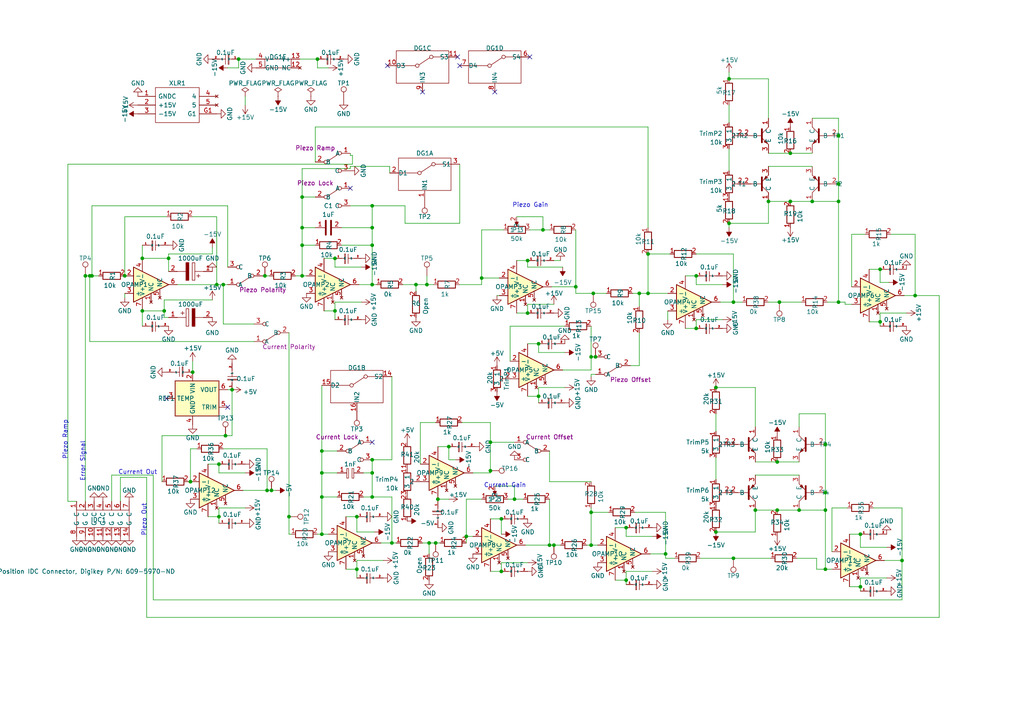
<source format=kicad_sch>
(kicad_sch (version 20230121) (generator eeschema)
  (paper "A4")
  (junction (at 41.275 74.93))
  (junction (at 103.505 165.1))
  (junction (at 139.7 80.645))
  (junction (at 55.88 107.95))
  (junction (at 87.63 71.12))
  (junction (at 41.275 90.17))
  (junction (at 113.665 157.48))
  (junction (at 207.645 112.395))
  (junction (at 243.205 58.42))
  (junction (at 265.43 85.725))
  (junction (at 156.21 114.935))
  (junction (at 249.555 170.18))
  (junction (at 92.075 17.145))
  (junction (at 153.035 90.805))
  (junction (at 64.77 82.55))
  (junction (at 47.625 90.17))
  (junction (at 207.645 154.305))
  (junction (at 107.95 59.69))
  (junction (at 225.425 133.985))
  (junction (at 261.62 162.56))
  (junction (at 181.61 153.035))
  (junction (at 87.63 57.15))
  (junction (at 107.95 137.16))
  (junction (at 76.835 80.01))
  (junction (at 226.06 87.63))
  (junction (at 93.345 144.145))
  (junction (at 201.93 95.25))
  (junction (at 24.765 80.01))
  (junction (at 97.155 74.93))
  (junction (at 107.95 71.12))
  (junction (at 26.035 80.01))
  (junction (at 229.235 44.45))
  (junction (at 135.255 155.575))
  (junction (at 142.24 128.27))
  (junction (at 171.45 158.115))
  (junction (at 26.67 80.01))
  (junction (at 145.415 150.495))
  (junction (at 212.725 161.925))
  (junction (at 229.235 58.42))
  (junction (at 107.95 82.55))
  (junction (at 187.96 85.09))
  (junction (at 97.155 90.17))
  (junction (at 239.395 165.1))
  (junction (at 65.405 126.365))
  (junction (at 181.61 168.275))
  (junction (at 167.005 83.185))
  (junction (at 87.63 80.01))
  (junction (at 124.46 157.48))
  (junction (at 187.96 73.66))
  (junction (at 212.725 87.63))
  (junction (at 63.5 149.86))
  (junction (at 239.395 128.905))
  (junction (at 78.74 142.24))
  (junction (at 48.895 74.93))
  (junction (at 107.95 133.35))
  (junction (at 149.225 144.78))
  (junction (at 219.075 147.955))
  (junction (at 211.455 64.77))
  (junction (at 172.72 103.505))
  (junction (at 93.345 154.94))
  (junction (at 55.245 139.7))
  (junction (at 107.95 144.145))
  (junction (at 201.93 80.01))
  (junction (at 93.345 137.16))
  (junction (at 123.825 82.55))
  (junction (at 159.385 158.115))
  (junction (at 160.655 158.115))
  (junction (at 235.585 58.42))
  (junction (at 171.45 148.59))
  (junction (at 36.195 80.01))
  (junction (at 145.415 165.735))
  (junction (at 185.42 85.09))
  (junction (at 157.48 66.675))
  (junction (at 172.085 85.09))
  (junction (at 243.205 87.63))
  (junction (at 83.82 149.86))
  (junction (at 231.775 147.955))
  (junction (at 211.455 22.86))
  (junction (at 63.5 134.62))
  (junction (at 120.65 82.55))
  (junction (at 255.27 78.105))
  (junction (at 255.27 93.345))
  (junction (at 62.865 82.55))
  (junction (at 156.21 99.695))
  (junction (at 239.395 147.955))
  (junction (at 103.505 149.86))
  (junction (at 153.035 75.565))
  (junction (at 77.47 142.24))
  (junction (at 127 144.78))
  (junction (at 243.205 53.34))
  (junction (at 107.95 66.04))
  (junction (at 239.395 142.875))
  (junction (at 171.45 103.505))
  (junction (at 67.31 113.03))
  (junction (at 222.885 58.42))
  (junction (at 69.215 17.145))
  (junction (at 142.24 136.525))
  (junction (at 193.04 160.655))
  (junction (at 225.425 147.955))
  (junction (at 93.345 130.81))
  (junction (at 243.205 39.37))
  (junction (at 249.555 154.94))
  (junction (at 87.63 66.04))
  (junction (at 130.175 129.54))
  (junction (at 126.365 157.48))
  (no_connect (at 153.67 16.51))
  (no_connect (at 107.95 128.27))
  (no_connect (at 143.51 26.67))
  (no_connect (at 133.35 19.05))
  (no_connect (at 132.715 16.51))
  (no_connect (at 48.26 115.57))
  (no_connect (at 66.04 118.11))
  (no_connect (at 122.555 26.67))
  (no_connect (at 101.6 54.61))
  (no_connect (at 112.395 19.05))
  (wire (pts (xy 201.93 80.01) (xy 201.93 82.55)))
  (wire (pts (xy 92.075 17.145) (xy 92.075 19.685)))
  (wire (pts (xy 47.625 92.075) (xy 48.895 92.075)))
  (wire (pts (xy 226.06 87.63) (xy 232.41 87.63)))
  (wire (pts (xy 91.44 36.83) (xy 187.96 36.83)))
  (wire (pts (xy 107.95 137.16) (xy 107.95 144.145)))
  (wire (pts (xy 256.54 162.56) (xy 261.62 162.56)))
  (wire (pts (xy 258.445 67.945) (xy 265.43 67.945)))
  (wire (pts (xy 222.885 22.86) (xy 222.885 34.29)))
  (wire (pts (xy 133.35 82.55) (xy 139.7 82.55)))
  (wire (pts (xy 156.21 114.935) (xy 156.21 112.395)))
  (wire (pts (xy 247.015 67.945) (xy 250.825 67.945)))
  (wire (pts (xy 160.655 88.265) (xy 153.035 88.265)))
  (wire (pts (xy 145.415 150.495) (xy 145.415 154.94)))
  (wire (pts (xy 47.625 92.075) (xy 47.625 90.17)))
  (wire (pts (xy 135.255 157.48) (xy 135.255 155.575)))
  (wire (pts (xy 170.18 158.115) (xy 171.45 158.115)))
  (wire (pts (xy 36.195 62.865) (xy 36.195 80.01)))
  (wire (pts (xy 142.24 128.27) (xy 149.225 128.27)))
  (wire (pts (xy 153.035 163.195) (xy 145.415 163.195)))
  (wire (pts (xy 219.075 112.395) (xy 219.075 123.825)))
  (wire (pts (xy 159.385 130.81) (xy 159.385 139.7)))
  (wire (pts (xy 65.405 126.365) (xy 67.31 126.365)))
  (wire (pts (xy 201.93 73.66) (xy 212.725 73.66)))
  (wire (pts (xy 97.155 74.93) (xy 97.155 77.47)))
  (wire (pts (xy 219.075 154.305) (xy 219.075 147.955)))
  (wire (pts (xy 34.925 138.43) (xy 42.545 138.43)))
  (wire (pts (xy 239.395 147.955) (xy 239.395 165.1)))
  (wire (pts (xy 171.45 103.505) (xy 171.45 94.615)))
  (wire (pts (xy 87.63 80.01) (xy 87.63 71.12)))
  (wire (pts (xy 93.345 137.16) (xy 93.345 130.81)))
  (wire (pts (xy 107.95 59.69) (xy 107.95 66.04)))
  (wire (pts (xy 36.195 85.09) (xy 36.195 86.36)))
  (wire (pts (xy 189.23 165.735) (xy 181.61 165.735)))
  (wire (pts (xy 229.235 44.45) (xy 235.585 44.45)))
  (wire (pts (xy 107.95 82.55) (xy 104.14 82.55)))
  (wire (pts (xy 87.63 66.04) (xy 87.63 57.15)))
  (wire (pts (xy 231.14 161.925) (xy 236.855 161.925)))
  (wire (pts (xy 66.04 77.47) (xy 66.04 59.69)))
  (wire (pts (xy 139.7 80.645) (xy 139.7 66.675)))
  (wire (pts (xy 64.77 82.55) (xy 66.04 82.55)))
  (wire (pts (xy 187.96 85.09) (xy 193.675 85.09)))
  (wire (pts (xy 243.205 39.37) (xy 243.205 53.34)))
  (wire (pts (xy 247.015 83.185) (xy 247.015 67.945)))
  (wire (pts (xy 126.365 122.555) (xy 121.92 122.555)))
  (wire (pts (xy 139.7 80.645) (xy 139.7 82.55)))
  (wire (pts (xy 261.62 162.56) (xy 261.62 173.99)))
  (wire (pts (xy 93.345 137.16) (xy 97.79 137.16)))
  (wire (pts (xy 76.835 80.01) (xy 78.105 80.01)))
  (wire (pts (xy 178.435 153.035) (xy 181.61 153.035)))
  (wire (pts (xy 107.95 133.35) (xy 107.95 137.16)))
  (wire (pts (xy 55.88 62.865) (xy 62.865 62.865)))
  (wire (pts (xy 178.435 168.275) (xy 181.61 168.275)))
  (wire (pts (xy 211.455 43.18) (xy 211.455 49.53)))
  (wire (pts (xy 209.55 82.55) (xy 201.93 82.55)))
  (wire (pts (xy 147.955 94.615) (xy 163.83 94.615)))
  (wire (pts (xy 149.86 75.565) (xy 153.035 75.565)))
  (wire (pts (xy 171.45 103.505) (xy 172.72 103.505)))
  (wire (pts (xy 83.82 149.86) (xy 83.82 154.94)))
  (wire (pts (xy 252.095 78.105) (xy 255.27 78.105)))
  (wire (pts (xy 172.72 108.585) (xy 171.45 108.585)))
  (wire (pts (xy 121.92 122.555) (xy 121.92 134.62)))
  (wire (pts (xy 231.775 147.955) (xy 239.395 147.955)))
  (wire (pts (xy 171.45 158.115) (xy 173.355 158.115)))
  (wire (pts (xy 153.035 90.805) (xy 153.035 88.265)))
  (wire (pts (xy 182.88 106.045) (xy 185.42 106.045)))
  (wire (pts (xy 187.96 36.83) (xy 187.96 66.04)))
  (wire (pts (xy 265.43 85.725) (xy 272.415 85.725)))
  (wire (pts (xy 92.075 19.685) (xy 95.25 19.685)))
  (wire (pts (xy 130.175 129.54) (xy 130.175 133.35)))
  (wire (pts (xy 135.255 144.78) (xy 139.7 144.78)))
  (wire (pts (xy 207.645 112.395) (xy 219.075 112.395)))
  (wire (pts (xy 97.155 90.17) (xy 97.155 87.63)))
  (wire (pts (xy 127 144.78) (xy 127 145.415)))
  (wire (pts (xy 32.385 137.795) (xy 44.45 137.795)))
  (wire (pts (xy 159.385 158.115) (xy 160.655 158.115)))
  (wire (pts (xy 243.205 53.34) (xy 243.205 58.42)))
  (wire (pts (xy 143.51 140.97) (xy 149.225 140.97)))
  (wire (pts (xy 107.95 144.145) (xy 113.665 144.145)))
  (wire (pts (xy 93.345 144.145) (xy 93.345 137.16)))
  (wire (pts (xy 229.235 58.42) (xy 235.585 58.42)))
  (wire (pts (xy 41.275 90.17) (xy 47.625 90.17)))
  (wire (pts (xy 107.95 82.55) (xy 109.22 82.55)))
  (wire (pts (xy 111.125 162.56) (xy 103.505 162.56)))
  (wire (pts (xy 93.98 74.93) (xy 97.155 74.93)))
  (wire (pts (xy 101.6 48.26) (xy 101.6 48.895)))
  (wire (pts (xy 171.45 147.32) (xy 171.45 148.59)))
  (wire (pts (xy 113.665 109.22) (xy 113.665 133.35)))
  (wire (pts (xy 246.38 170.18) (xy 249.555 170.18)))
  (wire (pts (xy 157.48 62.865) (xy 157.48 66.675)))
  (wire (pts (xy 241.3 160.02) (xy 241.3 147.32)))
  (wire (pts (xy 87.63 66.04) (xy 91.44 66.04)))
  (wire (pts (xy 103.505 149.86) (xy 103.505 154.305)))
  (wire (pts (xy 73.66 93.98) (xy 64.77 93.98)))
  (wire (pts (xy 87.63 57.15) (xy 91.44 57.15)))
  (wire (pts (xy 66.04 59.69) (xy 26.67 59.69)))
  (wire (pts (xy 160.655 158.115) (xy 162.56 158.115)))
  (wire (pts (xy 62.865 62.865) (xy 62.865 82.55)))
  (wire (pts (xy 159.385 158.115) (xy 159.385 144.78)))
  (wire (pts (xy 104.775 77.47) (xy 97.155 77.47)))
  (wire (pts (xy 160.02 83.185) (xy 167.005 83.185)))
  (wire (pts (xy 249.555 170.18) (xy 249.555 167.64)))
  (wire (pts (xy 243.205 58.42) (xy 243.205 87.63)))
  (wire (pts (xy 124.46 157.48) (xy 124.46 160.655)))
  (wire (pts (xy 153.67 66.675) (xy 157.48 66.675)))
  (wire (pts (xy 102.235 45.085) (xy 101.6 45.085)))
  (wire (pts (xy 135.255 155.575) (xy 137.16 155.575)))
  (wire (pts (xy 107.95 133.35) (xy 113.665 133.35)))
  (wire (pts (xy 41.275 90.17) (xy 41.275 94.615)))
  (wire (pts (xy 252.095 93.345) (xy 255.27 93.345)))
  (wire (pts (xy 153.035 114.935) (xy 156.21 114.935)))
  (wire (pts (xy 95.25 154.94) (xy 93.345 154.94)))
  (wire (pts (xy 32.385 137.795) (xy 32.385 145.415)))
  (wire (pts (xy 83.82 154.94) (xy 84.455 154.94)))
  (wire (pts (xy 101.6 48.895) (xy 87.63 48.895)))
  (wire (pts (xy 44.45 173.99) (xy 44.45 137.795)))
  (wire (pts (xy 107.95 59.69) (xy 117.475 59.69)))
  (wire (pts (xy 272.415 85.725) (xy 272.415 179.07)))
  (wire (pts (xy 207.645 154.305) (xy 219.075 154.305)))
  (wire (pts (xy 104.775 87.63) (xy 97.155 87.63)))
  (wire (pts (xy 145.415 165.735) (xy 145.415 163.195)))
  (wire (pts (xy 87.63 48.895) (xy 87.63 57.15)))
  (wire (pts (xy 61.595 86.995) (xy 47.625 86.995)))
  (wire (pts (xy 63.5 151.765) (xy 63.5 149.86)))
  (wire (pts (xy 231.775 120.015) (xy 231.775 123.825)))
  (wire (pts (xy 42.545 179.07) (xy 272.415 179.07)))
  (wire (pts (xy 193.04 160.655) (xy 193.04 161.925)))
  (wire (pts (xy 73.66 99.06) (xy 26.035 99.06)))
  (wire (pts (xy 257.175 167.64) (xy 249.555 167.64)))
  (wire (pts (xy 34.925 145.415) (xy 34.925 138.43)))
  (wire (pts (xy 70.485 142.24) (xy 77.47 142.24)))
  (wire (pts (xy 198.755 80.01) (xy 201.93 80.01)))
  (wire (pts (xy 64.77 93.98) (xy 64.77 82.55)))
  (wire (pts (xy 54.61 139.7) (xy 55.245 139.7)))
  (wire (pts (xy 120.65 82.55) (xy 116.84 82.55)))
  (wire (pts (xy 222.885 87.63) (xy 226.06 87.63)))
  (wire (pts (xy 193.04 148.59) (xy 193.04 160.655)))
  (wire (pts (xy 265.43 67.945) (xy 265.43 85.725)))
  (wire (pts (xy 211.455 64.77) (xy 211.455 66.04)))
  (wire (pts (xy 184.15 148.59) (xy 193.04 148.59)))
  (wire (pts (xy 149.86 62.865) (xy 157.48 62.865)))
  (wire (pts (xy 147.955 104.775) (xy 147.955 94.615)))
  (wire (pts (xy 219.075 133.985) (xy 225.425 133.985)))
  (wire (pts (xy 102.235 47.625) (xy 102.235 45.085)))
  (wire (pts (xy 47.625 86.995) (xy 47.625 90.17)))
  (wire (pts (xy 101.6 48.26) (xy 113.03 48.26)))
  (wire (pts (xy 201.93 95.25) (xy 201.93 92.71)))
  (wire (pts (xy 198.755 95.25) (xy 201.93 95.25)))
  (wire (pts (xy 157.48 66.675) (xy 159.385 66.675)))
  (wire (pts (xy 55.245 130.175) (xy 55.245 139.7)))
  (wire (pts (xy 265.43 85.725) (xy 262.255 85.725)))
  (wire (pts (xy 60.325 134.62) (xy 63.5 134.62)))
  (wire (pts (xy 188.595 160.655) (xy 193.04 160.655)))
  (wire (pts (xy 171.45 107.315) (xy 171.45 103.505)))
  (wire (pts (xy 246.38 154.94) (xy 249.555 154.94)))
  (wire (pts (xy 133.985 122.555) (xy 142.24 122.555)))
  (wire (pts (xy 107.95 71.12) (xy 107.95 82.55)))
  (wire (pts (xy 219.075 147.955) (xy 225.425 147.955)))
  (wire (pts (xy 48.26 62.865) (xy 36.195 62.865)))
  (wire (pts (xy 78.74 142.24) (xy 77.47 142.24)))
  (wire (pts (xy 42.545 138.43) (xy 42.545 179.07)))
  (wire (pts (xy 142.24 165.735) (xy 145.415 165.735)))
  (wire (pts (xy 63.5 149.86) (xy 63.5 147.32)))
  (wire (pts (xy 207.645 132.715) (xy 207.645 139.065)))
  (wire (pts (xy 167.005 83.185) (xy 167.005 85.09)))
  (wire (pts (xy 222.885 44.45) (xy 229.235 44.45)))
  (wire (pts (xy 93.345 154.94) (xy 92.075 154.94)))
  (wire (pts (xy 80.01 142.24) (xy 78.74 142.24)))
  (wire (pts (xy 26.035 80.01) (xy 26.67 80.01)))
  (wire (pts (xy 24.765 80.01) (xy 24.765 145.415)))
  (wire (pts (xy 120.65 82.55) (xy 123.825 82.55)))
  (wire (pts (xy 83.82 96.52) (xy 83.82 149.86)))
  (wire (pts (xy 185.42 85.09) (xy 187.96 85.09)))
  (wire (pts (xy 92.075 17.145) (xy 86.995 17.145)))
  (wire (pts (xy 235.585 58.42) (xy 243.205 58.42)))
  (wire (pts (xy 176.53 148.59) (xy 171.45 148.59)))
  (wire (pts (xy 105.41 144.145) (xy 107.95 144.145)))
  (wire (pts (xy 144.78 85.725) (xy 144.145 85.725)))
  (wire (pts (xy 222.885 64.77) (xy 222.885 58.42)))
  (wire (pts (xy 239.395 128.905) (xy 239.395 142.875)))
  (wire (pts (xy 243.205 34.29) (xy 243.205 39.37)))
  (wire (pts (xy 44.45 173.99) (xy 261.62 173.99)))
  (wire (pts (xy 117.475 64.77) (xy 133.35 64.77)))
  (wire (pts (xy 87.63 71.12) (xy 87.63 66.04)))
  (wire (pts (xy 163.195 77.47) (xy 153.035 77.47)))
  (wire (pts (xy 85.725 80.01) (xy 87.63 80.01)))
  (wire (pts (xy 105.41 137.16) (xy 107.95 137.16)))
  (wire (pts (xy 51.435 82.55) (xy 62.865 82.55)))
  (wire (pts (xy 241.3 147.32) (xy 245.745 147.32)))
  (wire (pts (xy 26.67 80.01) (xy 28.575 80.01)))
  (wire (pts (xy 62.865 82.55) (xy 64.77 82.55)))
  (wire (pts (xy 91.44 36.83) (xy 91.44 46.99)))
  (wire (pts (xy 167.005 85.09) (xy 172.085 85.09)))
  (wire (pts (xy 93.345 144.145) (xy 93.345 154.94)))
  (wire (pts (xy 67.31 113.03) (xy 67.31 126.365)))
  (wire (pts (xy 142.24 136.525) (xy 142.24 137.16)))
  (wire (pts (xy 139.7 80.645) (xy 144.78 80.645)))
  (wire (pts (xy 26.035 99.06) (xy 26.035 80.01)))
  (wire (pts (xy 117.475 59.69) (xy 117.475 64.77)))
  (wire (pts (xy 212.725 73.66) (xy 212.725 87.63)))
  (wire (pts (xy 101.6 59.69) (xy 107.95 59.69)))
  (wire (pts (xy 124.46 157.48) (xy 126.365 157.48)))
  (wire (pts (xy 99.06 71.12) (xy 107.95 71.12)))
  (wire (pts (xy 93.345 144.145) (xy 97.79 144.145)))
  (wire (pts (xy 162.56 75.565) (xy 160.655 75.565)))
  (wire (pts (xy 127 129.54) (xy 130.175 129.54)))
  (wire (pts (xy 167.005 66.675) (xy 167.005 83.185)))
  (wire (pts (xy 93.345 111.76) (xy 93.345 130.81)))
  (wire (pts (xy 147.32 144.78) (xy 149.225 144.78)))
  (wire (pts (xy 215.265 87.63) (xy 212.725 87.63)))
  (wire (pts (xy 181.61 168.275) (xy 181.61 165.735)))
  (wire (pts (xy 99.06 66.04) (xy 107.95 66.04)))
  (wire (pts (xy 113.665 157.48) (xy 114.935 157.48)))
  (wire (pts (xy 87.63 71.12) (xy 91.44 71.12)))
  (wire (pts (xy 126.365 157.48) (xy 127.635 157.48)))
  (wire (pts (xy 211.455 22.86) (xy 222.885 22.86)))
  (wire (pts (xy 93.98 90.17) (xy 97.155 90.17)))
  (wire (pts (xy 127 144.78) (xy 130.175 144.78)))
  (wire (pts (xy 142.24 128.27) (xy 142.24 136.525)))
  (wire (pts (xy 171.45 148.59) (xy 171.45 158.115)))
  (wire (pts (xy 249.555 171.45) (xy 249.555 170.18)))
  (wire (pts (xy 97.155 92.71) (xy 97.155 90.17)))
  (wire (pts (xy 100.33 149.86) (xy 103.505 149.86)))
  (wire (pts (xy 61.595 73.66) (xy 61.595 71.755)))
  (wire (pts (xy 185.42 85.09) (xy 185.42 88.9)))
  (wire (pts (xy 152.4 158.115) (xy 159.385 158.115)))
  (wire (pts (xy 163.83 112.395) (xy 156.21 112.395)))
  (wire (pts (xy 193.675 90.17) (xy 193.675 92.71)))
  (wire (pts (xy 181.61 153.035) (xy 181.61 155.575)))
  (wire (pts (xy 255.27 78.105) (xy 255.27 81.915)))
  (wire (pts (xy 64.77 130.175) (xy 77.47 130.175)))
  (wire (pts (xy 113.03 48.26) (xy 113.03 50.165)))
  (wire (pts (xy 189.23 155.575) (xy 181.61 155.575)))
  (wire (pts (xy 107.95 66.04) (xy 107.95 71.12)))
  (wire (pts (xy 69.215 17.145) (xy 69.215 19.685)))
  (wire (pts (xy 149.86 90.805) (xy 153.035 90.805)))
  (wire (pts (xy 239.395 120.015) (xy 231.775 120.015)))
  (wire (pts (xy 219.075 137.795) (xy 231.775 137.795)))
  (wire (pts (xy 101.6 44.45) (xy 101.6 45.085)))
  (wire (pts (xy 209.55 92.71) (xy 201.93 92.71)))
  (wire (pts (xy 66.04 19.685) (xy 69.215 19.685)))
  (wire (pts (xy 262.89 90.805) (xy 255.27 90.805)))
  (wire (pts (xy 239.395 165.1) (xy 241.3 165.1)))
  (wire (pts (xy 171.45 108.585) (xy 171.45 109.22)))
  (wire (pts (xy 156.21 99.695) (xy 156.21 102.235)))
  (wire (pts (xy 261.62 147.32) (xy 261.62 162.56)))
  (wire (pts (xy 123.825 80.01) (xy 123.825 82.55)))
  (wire (pts (xy 255.27 94.615) (xy 255.27 93.345)))
  (wire (pts (xy 212.725 161.925) (xy 223.52 161.925)))
  (wire (pts (xy 222.885 48.26) (xy 235.585 48.26)))
  (wire (pts (xy 71.12 137.16) (xy 63.5 137.16)))
  (wire (pts (xy 253.365 147.32) (xy 261.62 147.32)))
  (wire (pts (xy 60.325 149.86) (xy 63.5 149.86)))
  (wire (pts (xy 26.67 59.69) (xy 26.67 80.01)))
  (wire (pts (xy 87.63 80.01) (xy 88.9 80.01)))
  (wire (pts (xy 212.725 87.63) (xy 208.915 87.63)))
  (wire (pts (xy 239.395 128.905) (xy 239.395 120.015)))
  (wire (pts (xy 24.765 80.01) (xy 26.035 80.01)))
  (wire (pts (xy 76.2 80.01) (xy 76.835 80.01)))
  (wire (pts (xy 183.515 85.09) (xy 185.42 85.09)))
  (wire (pts (xy 77.47 130.175) (xy 77.47 142.24)))
  (wire (pts (xy 122.555 157.48) (xy 124.46 157.48)))
  (wire (pts (xy 41.275 74.93) (xy 48.895 74.93)))
  (wire (pts (xy 255.27 93.345) (xy 255.27 90.805)))
  (wire (pts (xy 108.585 154.305) (xy 103.505 154.305)))
  (wire (pts (xy 153.035 75.565) (xy 153.035 77.47)))
  (wire (pts (xy 110.49 157.48) (xy 113.665 157.48)))
  (wire (pts (xy 19.685 145.415) (xy 22.225 145.415)))
  (wire (pts (xy 257.81 81.915) (xy 255.27 81.915)))
  (wire (pts (xy 69.215 17.145) (xy 74.295 17.145)))
  (wire (pts (xy 123.825 82.55) (xy 125.73 82.55)))
  (wire (pts (xy 19.685 47.625) (xy 102.235 47.625)))
  (wire (pts (xy 132.08 133.35) (xy 130.175 133.35)))
  (wire (pts (xy 185.42 96.52) (xy 185.42 106.045)))
  (wire (pts (xy 245.11 88.265) (xy 247.015 88.265)))
  (wire (pts (xy 41.275 71.12) (xy 41.275 74.93)))
  (wire (pts (xy 187.96 73.66) (xy 194.31 73.66)))
  (wire (pts (xy 133.35 47.625) (xy 133.35 64.77)))
  (wire (pts (xy 187.96 73.66) (xy 187.96 85.09)))
  (wire (pts (xy 257.175 158.75) (xy 249.555 158.75)))
  (wire (pts (xy 139.7 66.675) (xy 146.05 66.675)))
  (wire (pts (xy 225.425 147.955) (xy 231.775 147.955)))
  (wire (pts (xy 61.595 73.66) (xy 48.895 73.66)))
  (wire (pts (xy 137.16 137.16) (xy 142.24 137.16)))
  (wire (pts (xy 55.88 104.775) (xy 55.88 107.95)))
  (wire (pts (xy 149.225 140.97) (xy 149.225 144.78)))
  (wire (pts (xy 240.03 87.63) (xy 243.205 87.63)))
  (wire (pts (xy 100.33 165.1) (xy 103.505 165.1)))
  (wire (pts (xy 239.395 147.955) (xy 239.395 142.875)))
  (wire (pts (xy 57.15 130.175) (xy 55.245 130.175)))
  (wire (pts (xy 135.255 155.575) (xy 135.255 144.78)))
  (wire (pts (xy 243.205 34.29) (xy 235.585 34.29)))
  (wire (pts (xy 211.455 64.77) (xy 222.885 64.77)))
  (wire (pts (xy 159.385 139.7) (xy 171.45 139.7)))
  (wire (pts (xy 103.505 165.1) (xy 103.505 162.56)))
  (wire (pts (xy 103.505 167.64) (xy 103.505 165.1)))
  (wire (pts (xy 245.11 88.265) (xy 245.11 87.63)))
  (wire (pts (xy 71.12 147.32) (xy 63.5 147.32)))
  (wire (pts (xy 193.04 161.925) (xy 195.58 161.925)))
  (wire (pts (xy 48.895 78.74) (xy 48.895 74.93)))
  (wire (pts (xy 48.895 73.66) (xy 48.895 74.93)))
  (wire (pts (xy 46.99 126.365) (xy 65.405 126.365)))
  (wire (pts (xy 67.31 113.03) (xy 66.04 113.03)))
  (wire (pts (xy 236.855 165.1) (xy 239.395 165.1)))
  (wire (pts (xy 46.99 139.7) (xy 46.99 126.365)))
  (wire (pts (xy 149.225 144.78) (xy 151.765 144.78)))
  (wire (pts (xy 93.345 130.81) (xy 97.79 130.81)))
  (wire (pts (xy 207.645 120.015) (xy 207.645 125.095)))
  (wire (pts (xy 249.555 154.94) (xy 249.555 158.75)))
  (wire (pts (xy 71.12 30.48) (xy 71.12 27.94)))
  (wire (pts (xy 142.24 150.495) (xy 145.415 150.495)))
  (wire (pts (xy 245.11 87.63) (xy 243.205 87.63)))
  (wire (pts (xy 142.24 122.555) (xy 142.24 128.27)))
  (wire (pts (xy 19.685 47.625) (xy 19.685 145.415)))
  (wire (pts (xy 172.085 85.09) (xy 175.895 85.09)))
  (wire (pts (xy 211.455 22.86) (xy 211.455 20.955)))
  (wire (pts (xy 163.83 102.235) (xy 156.21 102.235)))
  (wire (pts (xy 203.2 161.925) (xy 212.725 161.925)))
  (wire (pts (xy 236.855 161.925) (xy 236.855 165.1)))
  (wire (pts (xy 222.885 58.42) (xy 229.235 58.42)))
  (wire (pts (xy 225.425 133.985) (xy 231.775 133.985)))
  (wire (pts (xy 163.195 107.315) (xy 171.45 107.315)))
  (wire (pts (xy 211.455 30.48) (xy 211.455 35.56)))
  (wire (pts (xy 156.21 116.84) (xy 156.21 114.935)))
  (wire (pts (xy 153.035 99.695) (xy 156.21 99.695)))
  (wire (pts (xy 113.665 144.145) (xy 113.665 157.48)))
  (wire (pts (xy 120.65 84.455) (xy 120.65 82.55)))
  (wire (pts (xy 63.5 134.62) (xy 63.5 137.16)))
  (wire (pts (xy 181.61 169.545) (xy 181.61 168.275)))
  (text "Current Gain" (at 140.335 141.605 0) (effects (font (size 1.27 1.27)) (justify left bottom)))
  (text "Error Signal" (at 24.765 139.7 90) (effects (font (size 1.27 1.27)) (justify left bottom)))
  (text "Piezo Gain" (at 148.59 60.325 0) (effects (font (size 1.27 1.27)) (justify left bottom)))
  (text "Current Out" (at 34.29 137.795 0) (effects (font (size 1.27 1.27)) (justify left bottom)))
  (text "Piezo Out" (at 42.545 155.575 90) (effects (font (size 1.27 1.27)) (justify left bottom)))
  (text "Piezo Ramp\n" (at 19.685 133.35 90) (effects (font (size 1.27 1.27)) (justify left bottom)))
  (symbol (lib_id "Complex_Op_Amps_Footprints:Switch") (at 91.44 46.99 0) (unit 1)
    (property "Reference" "SW6" (effects hide))
    (property "Value" "SPDT Switch, P/N: 7101SD9AV2BE" (effects hide))
    (property "Footprint" "Complex_Op_Amps_Footprints:AV2_Switch" (effects hide))
    (property "Datasheet" "https://www.mouser.ca/datasheet/2/240/gt-3050616.pdf" (effects hide))
    (property "Name" "Piezo Ramp" (at 91.44 42.926 0))
  )
  (symbol (lib_id "Complex_Op_Amps_Footprints:TestPoint") (at 226.06 87.63 180) (unit 1)
    (property "Reference" "TP8" (at 226.06 92.71 0))
    (property "Value" "TestPoint" (effects hide))
    (property "Footprint" "GENERAL PROJECT - NUMBER 1 LIBRARY - FOOTPRINTS:TestPoint" (effects hide))
  )
  (symbol (lib_id "Complex_Op_Amps_Footprints:EEU-EB1C102") (at 61.595 78.74 180) (unit 1)
    (property "Reference" "EC2" (effects hide))
    (property "Value" "1000uF" (at 55.245 74.93 0))
    (property "Footprint" "Complex_Op_Amps_Footprints:ELECTROLYTIC CAPACITOR - EEU-EB1C102" (effects hide))
    (property "Datasheet" "https://industrial.panasonic.com/cdbs/www-data/pdf/RDF0000/ABA0000C1024.pdf" (effects hide))
    (property "Description" "P/N: EEU-EB1C102" (effects hide))
  )
  (symbol (lib_id "Complex_Op_Amps_Footprints:Transistor2") (at 211.455 128.905 0) (unit 1)
    (property "Reference" "TR3" (at 211.455 128.905 0))
    (property "Value" "Transistor P/N: 2N3904" (effects hide))
    (property "Footprint" "Complex_Op_Amps_Footprints:Both_Transisitor" (effects hide))
    (property "Datasheet" "https://media.digikey.com/pdf/Data%20Sheets/ST%20Microelectronics%20PDFS/DS_497_2N3904.pdf" (effects hide))
  )
  (symbol (lib_id "Complex_Op_Amps_Footprints:Trim_Potentiometer") (at 144.145 106.045 270) (unit 1)
    (property "Reference" "TrimP1" (at 146.939 109.855 0))
    (property "Value" "20k" (at 142.113 109.601 0))
    (property "Footprint" "Complex_Op_Amps_Footprints:3296X1104LF -TrimPot" (effects hide))
    (property "Datasheet" "https://www.mouser.ca/datasheet/2/54/3296-776415.pdf" (effects hide))
    (property "Description" "P/N: 3296X-1-****" (effects hide))
  )
  (symbol (lib_id "Complex_Op_Amps_Footprints:XLR") (at 40.005 27.94 0) (unit 1)
    (property "Reference" "XLR1" (at 51.435 24.13 0))
    (property "Value" "XLR P/N: NC3MBH" (effects hide))
    (property "Footprint" "GENERAL PROJECT - NUMBER 1 LIBRARY - FOOTPRINTS:NC3MBH" (effects hide))
    (property "Datasheet" "https://www.mouser.ca/datasheet/2/289/nc3mbh-2-1853752.pdf" (effects hide))
  )
  (symbol (lib_id "Complex_Op_Amps_Footprints:Normal_Capacitor_399-4209-ND") (at 69.215 17.145 0) (mirror y) (unit 1)
    (property "Reference" "NC25" (effects hide))
    (property "Value" "0.1uF" (at 65.405 15.24 0))
    (property "Footprint" "Complex_Op_Amps_Footprints:CAPACITOR - 399-4209-ND" (effects hide))
    (property "Datasheet" "https://connect.kemet.com:7667/gateway/IntelliData-ComponentDocumentation/1.0/download/datasheet/C317C104M5U5TA" (effects hide))
    (property "Description" "Normal_Capacitor, P/N: 399-4209-ND" (effects hide))
  )
  (symbol (lib_id "Complex_Op_Amps_Footprints:Switch") (at 91.44 57.15 0) (unit 1)
    (property "Reference" "SW7" (effects hide))
    (property "Value" "SPDT Switch, P/N: 7101SD9AV2BE" (effects hide))
    (property "Footprint" "Complex_Op_Amps_Footprints:AV2_Switch" (effects hide))
    (property "Datasheet" "https://www.mouser.ca/datasheet/2/240/gt-3050616.pdf" (effects hide))
    (property "Name" "Piezo Lock" (at 91.44 53.086 0))
  )
  (symbol (lib_id "Complex_Op_Amps_Footprints:Transistor2") (at 215.265 39.37 0) (unit 1)
    (property "Reference" "TR2" (at 215.265 39.37 0))
    (property "Value" "Transistor P/N: 2N3904" (effects hide))
    (property "Footprint" "Complex_Op_Amps_Footprints:Both_Transisitor" (effects hide))
    (property "Datasheet" "https://media.digikey.com/pdf/Data%20Sheets/ST%20Microelectronics%20PDFS/DS_497_2N3904.pdf" (effects hide))
  )
  (symbol (lib_id "Complex_Op_Amps_Footprints:Normal_Capacitor_399-4209-ND") (at 97.155 92.71 0) (unit 1)
    (property "Reference" "NC4" (effects hide))
    (property "Value" "0.1uF" (at 100.965 90.17 0))
    (property "Footprint" "Complex_Op_Amps_Footprints:CAPACITOR - 399-4209-ND" (effects hide))
    (property "Datasheet" "https://connect.kemet.com:7667/gateway/IntelliData-ComponentDocumentation/1.0/download/datasheet/C317C104M5U5TA" (effects hide))
    (property "Description" "Normal_Capacitor, P/N: 399-4209-ND" (effects hide))
  )
  (symbol (lib_id "Complex_Op_Amps_Footprints:Trim_Potentiometer") (at 211.455 49.53 270) (unit 1)
    (property "Reference" "TrimP3" (at 209.55 52.705 90) (effects (justify right)))
    (property "Value" "10k" (at 209.55 55.245 90) (effects (justify right)))
    (property "Footprint" "Complex_Op_Amps_Footprints:3296X1104LF -TrimPot" (effects hide))
    (property "Datasheet" "https://www.mouser.ca/datasheet/2/54/3296-776415.pdf" (effects hide))
    (property "Description" "P/N: 3296X-1-****" (effects hide))
  )
  (symbol (lib_id "power:GND") (at 163.83 116.84 90) (mirror x) (unit 1)
    (property "Reference" "#PWR057" (effects hide))
    (property "Value" "GND" (at 167.64 116.84 0))
  )
  (symbol (lib_id "Complex_Op_Amps_Footprints:Normal_Capacitor_399-4209-ND") (at 181.61 169.545 0) (unit 1)
    (property "Reference" "NC22" (effects hide))
    (property "Value" "0.1uF" (at 185.42 167.64 0))
    (property "Footprint" "Complex_Op_Amps_Footprints:CAPACITOR - 399-4209-ND" (effects hide))
    (property "Datasheet" "https://connect.kemet.com:7667/gateway/IntelliData-ComponentDocumentation/1.0/download/datasheet/C317C104M5U5TA" (effects hide))
    (property "Description" "Normal_Capacitor, P/N: 399-4209-ND" (effects hide))
  )
  (symbol (lib_id "Complex_Op_Amps_Footprints:OPA27GP") (at 173.355 163.195 0) (unit 1)
    (property "Reference" "OPAMP10" (at 176.149 160.655 0))
    (property "Value" "P/N: OPA27GP " (effects hide))
    (property "Footprint" "Complex_Op_Amps_Footprints:OPA27GP_Operational_Amplifier" (effects hide))
    (property "Datasheet" "https://www.ti.com/lit/ds/symlink/opa27.pdf?HQS=dis-dk-null-digikeymode-dsf-pf-null-wwe&ts=1691005062050&ref_url=https%253A%252F%252Fwww.ti.com%252Fgeneral%252Fdocs%252Fsuppproductinfo.tsp%253FdistId%253D10%2526gotoUrl%253Dhttps%253A%252F%252Fwww.ti.com%252Flit%252Fgpn%252Fopa27" (effects hide))
  )
  (symbol (lib_id "power:GND") (at 163.83 99.695 180) (unit 1)
    (property "Reference" "#PWR054" (effects hide))
    (property "Value" "GND" (at 163.83 95.885 0))
  )
  (symbol (lib_id "power:-15V") (at 189.23 155.575 270) (unit 1)
    (property "Reference" "#PWR094" (effects hide))
    (property "Value" "-15V" (at 193.04 155.575 0))
  )
  (symbol (lib_id "power:+15V") (at 229.235 66.04 180) (unit 1)
    (property "Reference" "#PWR013" (effects hide))
    (property "Value" "+15V" (at 229.235 69.596 0))
  )
  (symbol (lib_id "Complex_Op_Amps_Footprints:Transistor") (at 215.265 53.34 0) (mirror x) (unit 1)
    (property "Reference" "T1" (at 215.265 53.34 0))
    (property "Value" "Transistor P/N: 2N3906" (effects hide))
    (property "Footprint" "Complex_Op_Amps_Footprints:Both_Transisitor" (effects hide))
    (property "Datasheet" "https://media.digikey.com/pdf/Data%20Sheets/ST%20Microelectronics%20PDFS/DS_497_2N3906.pdf" (effects hide))
  )
  (symbol (lib_id "Complex_Op_Amps_Footprints:Resistor") (at 207.645 154.305 0) (unit 1)
    (property "Reference" "R32" (at 207.645 150.749 0))
    (property "Value" "20k" (at 204.851 149.987 90))
    (property "Footprint" "Complex_Op_Amps_Footprints:R_Axial_DIN0207_L6.3mm_D2.5mm_P10.16mm_Horizontal" (effects hide))
    (property "Datasheet" "N/A From KiCad Library" (effects hide))
  )
  (symbol (lib_id "power:PWR_FLAG") (at 80.645 27.94 0) (unit 1)
    (property "Reference" "#FLG02" (effects hide))
    (property "Value" "PWR_FLAG" (at 80.645 24.13 0))
  )
  (symbol (lib_id "Complex_Op_Amps_Footprints:Resistor") (at 118.11 143.51 180) (unit 1)
    (property "Reference" "R40" (at 118.11 147.066 0))
    (property "Value" "20k" (at 120.904 147.828 90))
    (property "Footprint" "Complex_Op_Amps_Footprints:R_Axial_DIN0207_L6.3mm_D2.5mm_P10.16mm_Horizontal" (effects hide))
    (property "Datasheet" "N/A From KiCad Library" (effects hide))
  )
  (symbol (lib_id "Complex_Op_Amps_Footprints:Resistor") (at 211.455 64.77 0) (unit 1)
    (property "Reference" "R18" (at 211.455 61.214 0))
    (property "Value" "5k" (at 208.661 60.452 90))
    (property "Footprint" "Complex_Op_Amps_Footprints:R_Axial_DIN0207_L6.3mm_D2.5mm_P10.16mm_Horizontal" (effects hide))
    (property "Datasheet" "N/A From KiCad Library" (effects hide))
  )
  (symbol (lib_id "power:GND") (at 149.225 133.35 180) (unit 1)
    (property "Reference" "#PWR016" (effects hide))
    (property "Value" "GND" (at 149.225 129.54 0))
  )
  (symbol (lib_id "power:GND") (at 127 153.035 90) (mirror x) (unit 1)
    (property "Reference" "#PWR092" (effects hide))
    (property "Value" "GND" (at 130.81 153.035 0))
  )
  (symbol (lib_id "Complex_Op_Amps_Footprints:Potentiometer") (at 146.05 66.675 0) (unit 1)
    (property "Reference" "P1" (at 149.86 66.675 0))
    (property "Value" "50k" (at 149.86 69.215 0))
    (property "Footprint" "Complex_Op_Amps_Footprints:Potentiometer" (effects hide))
    (property "Datasheet" "https://www.mouser.ca/datasheet/2/54/3590-776468.pdf" (effects hide))
    (property "Description" "Potentiometer P/N: 3590P-2-***L" (effects hide))
  )
  (symbol (lib_id "Complex_Op_Amps_Footprints:Resistor") (at 85.725 80.01 90) (unit 1)
    (property "Reference" "R3" (at 82.169 80.01 0))
    (property "Value" "10k" (at 81.407 82.804 90))
    (property "Footprint" "Complex_Op_Amps_Footprints:R_Axial_DIN0207_L6.3mm_D2.5mm_P10.16mm_Horizontal" (effects hide))
    (property "Datasheet" "N/A From KiCad Library" (effects hide))
  )
  (symbol (lib_id "power:GND") (at 29.845 155.575 0) (unit 1)
    (property "Reference" "#PWR071" (effects hide))
    (property "Value" "GND" (at 29.845 159.385 0))
  )
  (symbol (lib_id "power:-15V") (at 163.195 77.47 180) (unit 1)
    (property "Reference" "#PWR040" (effects hide))
    (property "Value" "-15V" (at 163.195 81.915 0))
  )
  (symbol (lib_id "power:+15V") (at 209.55 92.71 270) (unit 1)
    (property "Reference" "#PWR048" (effects hide))
    (property "Value" "+15V" (at 213.106 92.71 0))
  )
  (symbol (lib_id "Complex_Op_Amps_Footprints:Resistor") (at 36.195 80.01 90) (unit 1)
    (property "Reference" "R1" (at 32.639 80.01 0))
    (property "Value" "10k" (at 31.877 82.804 90))
    (property "Footprint" "Complex_Op_Amps_Footprints:R_Axial_DIN0207_L6.3mm_D2.5mm_P10.16mm_Horizontal" (effects hide))
    (property "Datasheet" "N/A From KiCad Library" (effects hide))
  )
  (symbol (lib_id "Complex_Op_Amps_Footprints:Trim_Potentiometer") (at 207.645 139.065 270) (unit 1)
    (property "Reference" "TrimP6" (at 205.74 142.24 90) (effects (justify right)))
    (property "Value" "5k" (at 205.74 144.78 90) (effects (justify right)))
    (property "Footprint" "Complex_Op_Amps_Footprints:3296X1104LF -TrimPot" (effects hide))
    (property "Datasheet" "https://www.mouser.ca/datasheet/2/54/3296-776415.pdf" (effects hide))
    (property "Description" "P/N: 3296X-1-****" (effects hide))
  )
  (symbol (lib_id "power:+15V") (at 211.455 20.955 0) (unit 1)
    (property "Reference" "#PWR011" (effects hide))
    (property "Value" "+15V" (at 211.455 17.399 0))
  )
  (symbol (lib_id "power:GND") (at 55.245 144.78 0) (unit 1)
    (property "Reference" "#PWR028" (effects hide))
    (property "Value" "GND" (at 55.245 148.59 0))
  )
  (symbol (lib_id "power:-15V") (at 71.12 137.16 270) (unit 1)
    (property "Reference" "#PWR059" (effects hide))
    (property "Value" "-15V" (at 74.93 137.16 0))
  )
  (symbol (lib_id "power:GND") (at 189.23 153.035 90) (unit 1)
    (property "Reference" "#PWR093" (effects hide))
    (property "Value" "GND" (at 193.04 153.035 0))
  )
  (symbol (lib_id "power:GND") (at 62.865 33.02 90) (unit 1)
    (property "Reference" "#PWR031" (effects hide))
    (property "Value" "GND" (at 66.675 33.02 0))
  )
  (symbol (lib_id "Complex_Op_Amps_Footprints:Normal_Capacitor_399-4209-ND") (at 181.61 153.035 0) (unit 1)
    (property "Reference" "NC21" (effects hide))
    (property "Value" "0.1uF" (at 185.42 151.13 0))
    (property "Footprint" "Complex_Op_Amps_Footprints:CAPACITOR - 399-4209-ND" (effects hide))
    (property "Datasheet" "https://connect.kemet.com:7667/gateway/IntelliData-ComponentDocumentation/1.0/download/datasheet/C317C104M5U5TA" (effects hide))
    (property "Description" "Normal_Capacitor, P/N: 399-4209-ND" (effects hide))
  )
  (symbol (lib_id "Complex_Op_Amps_Footprints:DG201HSDY-T1-E3") (at 74.295 17.145 0) (unit 5)
    (property "Reference" "DG1" (at 80.645 16.51 0))
    (property "Value" "P/N: ADG201AKNZ" (effects hide))
    (property "Footprint" "Complex_Op_Amps_Footprints:ADG201AKNZ" (effects hide))
    (property "Datasheet" "https://www.arrow.com/en/products/dg201hsdy-t1-e3/vishay" (effects hide))
    (property "Height" "1.75" (effects hide))
    (property "Mouser Part Number" "781-DG201HSDY-T1-E3" (effects hide))
    (property "Mouser Price/Stock" "https://www.mouser.co.uk/ProductDetail/Vishay-Semiconductors/DG201HSDY-T1-E3?qs=Yw4uR%2FssOSNnq34csZ6jmg%3D%3D" (effects hide))
    (property "Manufacturer_Name" "Vishay" (effects hide))
    (property "Manufacturer_Part_Number" "DG201HSDY-T1-E3" (effects hide))
  )
  (symbol (lib_id "power:GND") (at 111.125 149.86 90) (unit 1)
    (property "Reference" "#PWR083" (effects hide))
    (property "Value" "GND" (at 114.935 149.86 0))
  )
  (symbol (lib_id "Complex_Op_Amps_Footprints:Resistor") (at 116.84 82.55 90) (unit 1)
    (property "Reference" "R5" (at 113.284 82.55 0))
    (property "Value" "0k" (at 112.522 85.344 90))
    (property "Footprint" "Complex_Op_Amps_Footprints:R_Axial_DIN0207_L6.3mm_D2.5mm_P10.16mm_Horizontal" (effects hide))
    (property "Datasheet" "N/A From KiCad Library" (effects hide))
  )
  (symbol (lib_id "Complex_Op_Amps_Footprints:Switch") (at 182.88 106.045 180) (unit 1)
    (property "Reference" "SW3" (effects hide))
    (property "Value" "SPDT Switch, P/N: 7101SD9AV2BE" (effects hide))
    (property "Footprint" "Complex_Op_Amps_Footprints:AV2_Switch" (effects hide))
    (property "Datasheet" "https://www.mouser.ca/datasheet/2/240/gt-3050616.pdf" (effects hide))
    (property "Name" "Piezo Offset" (at 182.88 110.109 0))
  )
  (symbol (lib_id "Complex_Op_Amps_Footprints:Resistor") (at 211.455 30.48 0) (unit 1)
    (property "Reference" "R17" (at 211.455 26.924 0))
    (property "Value" "5k" (at 208.661 26.162 90))
    (property "Footprint" "Complex_Op_Amps_Footprints:R_Axial_DIN0207_L6.3mm_D2.5mm_P10.16mm_Horizontal" (effects hide))
    (property "Datasheet" "N/A From KiCad Library" (effects hide))
  )
  (symbol (lib_id "power:+15V") (at 40.005 30.48 90) (unit 1)
    (property "Reference" "#PWR032" (effects hide))
    (property "Value" "+15V" (at 36.449 30.48 0))
  )
  (symbol (lib_id "power:-15V") (at 209.55 82.55 270) (unit 1)
    (property "Reference" "#PWR044" (effects hide))
    (property "Value" "-15V" (at 213.36 82.55 0))
  )
  (symbol (lib_id "power:-15V") (at 132.08 133.35 270) (unit 1)
    (property "Reference" "#PWR090" (effects hide))
    (property "Value" "-15V" (at 135.89 133.35 0))
  )
  (symbol (lib_id "power:GND") (at 160.655 90.805 90) (mirror x) (unit 1)
    (property "Reference" "#PWR042" (effects hide))
    (property "Value" "GND" (at 164.465 90.805 0))
  )
  (symbol (lib_id "Complex_Op_Amps_Footprints:TestPoint") (at 160.655 158.115 180) (unit 1)
    (property "Reference" "TP10" (at 160.655 163.195 0))
    (property "Value" "TestPoint" (effects hide))
    (property "Footprint" "GENERAL PROJECT - NUMBER 1 LIBRARY - FOOTPRINTS:TestPoint" (effects hide))
  )
  (symbol (lib_id "power:GND") (at 95.25 160.02 0) (unit 1)
    (property "Reference" "#PWR015" (effects hide))
    (property "Value" "GND" (at 95.25 163.83 0))
  )
  (symbol (lib_id "Complex_Op_Amps_Footprints:Resistor") (at 183.515 85.09 90) (unit 1)
    (property "Reference" "R9" (at 179.959 85.09 0))
    (property "Value" "10k" (at 179.197 87.884 90))
    (property "Footprint" "Complex_Op_Amps_Footprints:R_Axial_DIN0207_L6.3mm_D2.5mm_P10.16mm_Horizontal" (effects hide))
    (property "Datasheet" "N/A From KiCad Library" (effects hide))
  )
  (symbol (lib_id "Complex_Op_Amps_Footprints:Resistor") (at 133.35 82.55 90) (unit 1)
    (property "Reference" "R7" (at 129.794 82.55 0))
    (property "Value" "1k" (at 129.032 85.344 90))
    (property "Footprint" "Complex_Op_Amps_Footprints:R_Axial_DIN0207_L6.3mm_D2.5mm_P10.16mm_Horizontal" (effects hide))
    (property "Datasheet" "N/A From KiCad Library" (effects hide))
  )
  (symbol (lib_id "power:-15V") (at 225.425 126.365 0) (unit 1)
    (property "Reference" "#PWR021" (effects hide))
    (property "Value" "-15V" (at 225.425 122.555 0))
  )
  (symbol (lib_id "Complex_Op_Amps_Footprints:Transistor") (at 211.455 142.875 0) (mirror x) (unit 1)
    (property "Reference" "T3" (at 211.455 142.875 0))
    (property "Value" "Transistor P/N: 2N3906" (effects hide))
    (property "Footprint" "Complex_Op_Amps_Footprints:Both_Transisitor" (effects hide))
    (property "Datasheet" "https://media.digikey.com/pdf/Data%20Sheets/ST%20Microelectronics%20PDFS/DS_497_2N3906.pdf" (effects hide))
  )
  (symbol (lib_id "power:-15V") (at 207.645 154.305 180) (unit 1)
    (property "Reference" "#PWR020" (effects hide))
    (property "Value" "-15V" (at 207.645 158.115 0))
  )
  (symbol (lib_id "power:-5V") (at 80.01 142.24 270) (unit 1)
    (property "Reference" "#PWR029" (effects hide))
    (property "Value" "-5V" (at 83.82 142.24 0))
  )
  (symbol (lib_id "Complex_Op_Amps_Footprints:Normal_Capacitor_399-4209-ND") (at 41.275 94.615 0) (unit 1)
    (property "Reference" "NC2" (effects hide))
    (property "Value" "0.1uF" (at 45.085 92.075 0))
    (property "Footprint" "Complex_Op_Amps_Footprints:CAPACITOR - 399-4209-ND" (effects hide))
    (property "Datasheet" "https://connect.kemet.com:7667/gateway/IntelliData-ComponentDocumentation/1.0/download/datasheet/C317C104M5U5TA" (effects hide))
    (property "Description" "Normal_Capacitor, P/N: 399-4209-ND" (effects hide))
  )
  (symbol (lib_id "Complex_Op_Amps_Footprints:Transistor2") (at 243.205 39.37 0) (mirror y) (unit 1)
    (property "Reference" "TR1" (at 243.205 39.37 0))
    (property "Value" "Transistor P/N: 2N3904" (effects hide))
    (property "Footprint" "Complex_Op_Amps_Footprints:Both_Transisitor" (effects hide))
    (property "Datasheet" "https://media.digikey.com/pdf/Data%20Sheets/ST%20Microelectronics%20PDFS/DS_497_2N3904.pdf" (effects hide))
  )
  (symbol (lib_id "Complex_Op_Amps_Footprints:OPA27GP") (at 247.015 88.265 0) (unit 1)
    (property "Reference" "OPAMP6" (at 249.809 85.725 0))
    (property "Value" "P/N: OPA27GP " (effects hide))
    (property "Footprint" "Complex_Op_Amps_Footprints:OPA27GP_Operational_Amplifier" (effects hide))
    (property "Datasheet" "https://www.ti.com/lit/ds/symlink/opa27.pdf?HQS=dis-dk-null-digikeymode-dsf-pf-null-wwe&ts=1691005062050&ref_url=https%253A%252F%252Fwww.ti.com%252Fgeneral%252Fdocs%252Fsuppproductinfo.tsp%253FdistId%253D10%2526gotoUrl%253Dhttps%253A%252F%252Fwww.ti.com%252Flit%252Fgpn%252Fopa27" (effects hide))
  )
  (symbol (lib_id "power:GND") (at 71.12 134.62 90) (unit 1)
    (property "Reference" "#PWR058" (effects hide))
    (property "Value" "GND" (at 74.93 134.62 0))
  )
  (symbol (lib_id "power:GND") (at 99.695 17.145 90) (unit 1)
    (property "Reference" "#PWR0101" (effects hide))
    (property "Value" "GND" (at 103.505 17.145 0))
  )
  (symbol (lib_id "Complex_Op_Amps_Footprints:TestPoint") (at 172.085 85.09 180) (unit 1)
    (property "Reference" "TP15" (at 172.085 90.17 0))
    (property "Value" "TestPoint" (effects hide))
    (property "Footprint" "GENERAL PROJECT - NUMBER 1 LIBRARY - FOOTPRINTS:TestPoint" (effects hide))
  )
  (symbol (lib_id "power:GND") (at 32.385 155.575 0) (unit 1)
    (property "Reference" "#PWR072" (effects hide))
    (property "Value" "GND" (at 32.385 159.385 0))
  )
  (symbol (lib_id "Complex_Op_Amps_Footprints:Transistor") (at 243.205 53.34 180) (unit 1)
    (property "Reference" "T2" (at 243.205 53.34 0))
    (property "Value" "Transistor P/N: 2N3906" (effects hide))
    (property "Footprint" "Complex_Op_Amps_Footprints:Both_Transisitor" (effects hide))
    (property "Datasheet" "https://media.digikey.com/pdf/Data%20Sheets/ST%20Microelectronics%20PDFS/DS_497_2N3906.pdf" (effects hide))
  )
  (symbol (lib_id "power:GND") (at 209.55 80.01 90) (unit 1)
    (property "Reference" "#PWR043" (effects hide))
    (property "Value" "GND" (at 213.36 80.01 0))
  )
  (symbol (lib_id "power:+15V") (at 61.595 86.995 0) (unit 1)
    (property "Reference" "#PWR045" (effects hide))
    (property "Value" "+15V" (at 61.595 83.439 0))
  )
  (symbol (lib_id "power:GND") (at 61.595 92.075 0) (unit 1)
    (property "Reference" "#PWR076" (effects hide))
    (property "Value" "GND" (at 61.595 96.52 0))
  )
  (symbol (lib_id "Complex_Op_Amps_Footprints:OPA27GP") (at 241.3 165.1 0) (unit 1)
    (property "Reference" "OPAMP11" (at 244.094 162.56 0))
    (property "Value" "P/N: OPA27GP " (effects hide))
    (property "Footprint" "Complex_Op_Amps_Footprints:OPA27GP_Operational_Amplifier" (effects hide))
    (property "Datasheet" "https://www.ti.com/lit/ds/symlink/opa27.pdf?HQS=dis-dk-null-digikeymode-dsf-pf-null-wwe&ts=1691005062050&ref_url=https%253A%252F%252Fwww.ti.com%252Fgeneral%252Fdocs%252Fsuppproductinfo.tsp%253FdistId%253D10%2526gotoUrl%253Dhttps%253A%252F%252Fwww.ti.com%252Flit%252Fgpn%252Fopa27" (effects hide))
  )
  (symbol (lib_id "power:+15V") (at 153.035 163.195 270) (unit 1)
    (property "Reference" "#PWR087" (effects hide))
    (property "Value" "+15V" (at 156.591 163.195 0))
  )
  (symbol (lib_id "Complex_Op_Amps_Footprints:Normal_Capacitor_399-4209-ND") (at 103.505 167.64 0) (unit 1)
    (property "Reference" "NC16" (effects hide))
    (property "Value" "0.1uF" (at 107.315 165.1 0))
    (property "Footprint" "Complex_Op_Amps_Footprints:CAPACITOR - 399-4209-ND" (effects hide))
    (property "Datasheet" "https://connect.kemet.com:7667/gateway/IntelliData-ComponentDocumentation/1.0/download/datasheet/C317C104M5U5TA" (effects hide))
    (property "Description" "Normal_Capacitor, P/N: 399-4209-ND" (effects hide))
  )
  (symbol (lib_id "power:-15V") (at 229.235 36.83 0) (unit 1)
    (property "Reference" "#PWR010" (effects hide))
    (property "Value" "-15V" (at 229.235 33.02 0))
  )
  (symbol (lib_id "power:GND") (at 61.595 17.145 270) (mirror x) (unit 1)
    (property "Reference" "#PWR0103" (effects hide))
    (property "Value" "GND" (at 57.785 17.145 0))
  )
  (symbol (lib_id "power:GND") (at 36.195 86.36 0) (unit 1)
    (property "Reference" "#PWR01" (effects hide))
    (property "Value" "GND" (at 36.195 90.17 0))
  )
  (symbol (lib_id "Complex_Op_Amps_Footprints:DG201HSDY-T1-E3") (at 112.395 19.05 0) (unit 3)
    (property "Reference" "DG1" (at 122.555 13.97 0))
    (property "Value" "P/N: ADG201AKNZ" (effects hide))
    (property "Footprint" "Complex_Op_Amps_Footprints:ADG201AKNZ" (effects hide))
    (property "Datasheet" "https://www.arrow.com/en/products/dg201hsdy-t1-e3/vishay" (effects hide))
    (property "Height" "1.75" (effects hide))
    (property "Mouser Part Number" "781-DG201HSDY-T1-E3" (effects hide))
    (property "Mouser Price/Stock" "https://www.mouser.co.uk/ProductDetail/Vishay-Semiconductors/DG201HSDY-T1-E3?qs=Yw4uR%2FssOSNnq34csZ6jmg%3D%3D" (effects hide))
    (property "Manufacturer_Name" "Vishay" (effects hide))
    (property "Manufacturer_Part_Number" "DG201HSDY-T1-E3" (effects hide))
  )
  (symbol (lib_id "power:GND") (at 99.695 29.21 0) (unit 1)
    (property "Reference" "#PWR064" (effects hide))
    (property "Value" "GND" (at 99.695 33.02 0))
  )
  (symbol (lib_id "Complex_Op_Amps_Footprints:TestPoint") (at 212.725 161.925 180) (unit 1)
    (property "Reference" "TP9" (at 212.725 167.005 0))
    (property "Value" "TestPoint" (effects hide))
    (property "Footprint" "GENERAL PROJECT - NUMBER 1 LIBRARY - FOOTPRINTS:TestPoint" (effects hide))
  )
  (symbol (lib_id "Complex_Op_Amps_Footprints:Resistor") (at 54.61 139.7 90) (unit 1)
    (property "Reference" "R37" (at 51.054 139.7 0))
    (property "Value" "10k" (at 50.292 142.494 90))
    (property "Footprint" "Complex_Op_Amps_Footprints:R_Axial_DIN0207_L6.3mm_D2.5mm_P10.16mm_Horizontal" (effects hide))
    (property "Datasheet" "N/A From KiCad Library" (effects hide))
  )
  (symbol (lib_id "power:GND") (at 27.305 155.575 0) (unit 1)
    (property "Reference" "#PWR070" (effects hide))
    (property "Value" "GND" (at 27.305 159.385 0))
  )
  (symbol (lib_id "Complex_Op_Amps_Footprints:Resistor") (at 253.365 147.32 90) (unit 1)
    (property "Reference" "R35" (at 249.809 147.32 0))
    (property "Value" "1k" (at 249.047 150.114 90))
    (property "Footprint" "Complex_Op_Amps_Footprints:R_Axial_DIN0207_L6.3mm_D2.5mm_P10.16mm_Horizontal" (effects hide))
    (property "Datasheet" "N/A From KiCad Library" (effects hide))
  )
  (symbol (lib_id "Complex_Op_Amps_Footprints:Resistor") (at 118.11 128.27 180) (unit 1)
    (property "Reference" "R41" (at 118.11 131.826 0))
    (property "Value" "20k" (at 120.904 132.588 90))
    (property "Footprint" "Complex_Op_Amps_Footprints:R_Axial_DIN0207_L6.3mm_D2.5mm_P10.16mm_Horizontal" (effects hide))
    (property "Datasheet" "N/A From KiCad Library" (effects hide))
  )
  (symbol (lib_id "Complex_Op_Amps_Footprints:OPA27GP") (at 95.25 160.02 0) (unit 1)
    (property "Reference" "OPAMP7" (at 98.044 157.48 0))
    (property "Value" "P/N: OPA27GP " (effects hide))
    (property "Footprint" "Complex_Op_Amps_Footprints:OPA27GP_Operational_Amplifier" (effects hide))
    (property "Datasheet" "https://www.ti.com/lit/ds/symlink/opa27.pdf?HQS=dis-dk-null-digikeymode-dsf-pf-null-wwe&ts=1691005062050&ref_url=https%253A%252F%252Fwww.ti.com%252Fgeneral%252Fdocs%252Fsuppproductinfo.tsp%253FdistId%253D10%2526gotoUrl%253Dhttps%253A%252F%252Fwww.ti.com%252Flit%252Fgpn%252Fopa27" (effects hide))
  )
  (symbol (lib_id "power:GND") (at 124.46 168.275 0) (unit 1)
    (property "Reference" "#PWR014" (effects hide))
    (property "Value" "GND" (at 124.46 172.085 0))
  )
  (symbol (lib_id "Complex_Op_Amps_Footprints:Resistor") (at 240.03 87.63 90) (unit 1)
    (property "Reference" "R14" (at 236.474 87.63 0))
    (property "Value" "10k" (at 235.712 90.424 90))
    (property "Footprint" "Complex_Op_Amps_Footprints:R_Axial_DIN0207_L6.3mm_D2.5mm_P10.16mm_Horizontal" (effects hide))
    (property "Datasheet" "N/A From KiCad Library" (effects hide))
  )
  (symbol (lib_id "power:GND") (at 189.23 169.545 90) (mirror x) (unit 1)
    (property "Reference" "#PWR096" (effects hide))
    (property "Value" "GND" (at 193.04 169.545 0))
  )
  (symbol (lib_id "Complex_Op_Amps_Footprints:Resistor") (at 124.46 168.275 0) (unit 1)
    (property "Reference" "R23" (at 124.46 164.719 0))
    (property "Value" "Open" (at 121.666 163.957 90))
    (property "Footprint" "Complex_Op_Amps_Footprints:R_Axial_DIN0207_L6.3mm_D2.5mm_P10.16mm_Horizontal" (effects hide))
    (property "Datasheet" "N/A From KiCad Library" (effects hide))
  )
  (symbol (lib_id "power:GND") (at 61.595 78.74 180) (unit 1)
    (property "Reference" "#PWR078" (effects hide))
    (property "Value" "GND" (at 61.595 74.93 0))
  )
  (symbol (lib_id "power:GND") (at 257.175 154.94 180) (unit 1)
    (property "Reference" "#PWR097" (effects hide))
    (property "Value" "GND" (at 257.175 151.13 0))
  )
  (symbol (lib_id "Complex_Op_Amps_Footprints:Trim_Potentiometer") (at 118.11 135.89 270) (unit 1)
    (property "Reference" "TrimP4" (at 115.57 139.065 90) (effects (justify right)))
    (property "Value" "10k" (at 115.57 141.605 90) (effects (justify right)))
    (property "Footprint" "Complex_Op_Amps_Footprints:3296X1104LF -TrimPot" (effects hide))
    (property "Datasheet" "https://www.mouser.ca/datasheet/2/54/3296-776415.pdf" (effects hide))
    (property "Description" "P/N: 3296X-1-****" (effects hide))
  )
  (symbol (lib_id "power:-15V") (at 40.005 33.02 90) (unit 1)
    (property "Reference" "#PWR033" (effects hide))
    (property "Value" "-15V" (at 36.195 33.02 0))
  )
  (symbol (lib_id "Complex_Op_Amps_Footprints:Normal_Capacitor_399-4209-ND") (at 249.555 171.45 0) (unit 1)
    (property "Reference" "NC24" (effects hide))
    (property "Value" "0.1uF" (at 253.365 168.91 0))
    (property "Footprint" "Complex_Op_Amps_Footprints:CAPACITOR - 399-4209-ND" (effects hide))
    (property "Datasheet" "https://connect.kemet.com:7667/gateway/IntelliData-ComponentDocumentation/1.0/download/datasheet/C317C104M5U5TA" (effects hide))
    (property "Description" "Normal_Capacitor, P/N: 399-4209-ND" (effects hide))
  )
  (symbol (lib_id "power:GND") (at 48.895 71.12 90) (unit 1)
    (property "Reference" "#PWR077" (effects hide))
    (property "Value" "GND" (at 52.705 71.12 0))
  )
  (symbol (lib_id "Complex_Op_Amps_Footprints:Normal_Capacitor_399-4209-ND") (at 103.505 149.86 0) (unit 1)
    (property "Reference" "NC15" (effects hide))
    (property "Value" "0.1uF" (at 107.315 147.32 0))
    (property "Footprint" "Complex_Op_Amps_Footprints:CAPACITOR - 399-4209-ND" (effects hide))
    (property "Datasheet" "https://connect.kemet.com:7667/gateway/IntelliData-ComponentDocumentation/1.0/download/datasheet/C317C104M5U5TA" (effects hide))
    (property "Description" "Normal_Capacitor, P/N: 399-4209-ND" (effects hide))
  )
  (symbol (lib_id "Complex_Op_Amps_Footprints:Normal_Capacitor_399-4209-ND") (at 153.035 90.805 0) (unit 1)
    (property "Reference" "NC6" (effects hide))
    (property "Value" "0.1uF" (at 156.845 88.9 0))
    (property "Footprint" "Complex_Op_Amps_Footprints:CAPACITOR - 399-4209-ND" (effects hide))
    (property "Datasheet" "https://connect.kemet.com:7667/gateway/IntelliData-ComponentDocumentation/1.0/download/datasheet/C317C104M5U5TA" (effects hide))
    (property "Description" "Normal_Capacitor, P/N: 399-4209-ND" (effects hide))
  )
  (symbol (lib_id "power:+5V") (at 118.11 128.27 0) (unit 1)
    (property "Reference" "#PWR017" (effects hide))
    (property "Value" "+5V" (at 118.11 124.714 0))
  )
  (symbol (lib_id "power:PWR_FLAG") (at 90.17 27.94 0) (unit 1)
    (property "Reference" "#FLG03" (effects hide))
    (property "Value" "PWR_FLAG" (at 90.17 24.13 0))
  )
  (symbol (lib_id "power:+15V") (at 207.645 112.395 0) (unit 1)
    (property "Reference" "#PWR019" (effects hide))
    (property "Value" "+15V" (at 207.645 108.839 0))
  )
  (symbol (lib_id "power:GND") (at 144.145 85.725 0) (unit 1)
    (property "Reference" "#PWR05" (effects hide))
    (property "Value" "GND" (at 144.145 89.535 0))
  )
  (symbol (lib_id "power:GND") (at 257.175 171.45 90) (mirror x) (unit 1)
    (property "Reference" "#PWR0100" (effects hide))
    (property "Value" "GND" (at 260.985 171.45 0))
  )
  (symbol (lib_id "Complex_Op_Amps_Footprints:Normal_Capacitor_399-4209-ND") (at 156.21 116.84 0) (unit 1)
    (property "Reference" "NC12" (effects hide))
    (property "Value" "0.1uF" (at 160.02 114.935 0))
    (property "Footprint" "Complex_Op_Amps_Footprints:CAPACITOR - 399-4209-ND" (effects hide))
    (property "Datasheet" "https://connect.kemet.com:7667/gateway/IntelliData-ComponentDocumentation/1.0/download/datasheet/C317C104M5U5TA" (effects hide))
    (property "Description" "Normal_Capacitor, P/N: 399-4209-ND" (effects hide))
  )
  (symbol (lib_id "Complex_Op_Amps_Footprints:OPA27GP") (at 36.195 85.09 0) (unit 1)
    (property "Reference" "OPAMP1" (at 38.989 82.55 0))
    (property "Value" "P/N: OPA27GP " (effects hide))
    (property "Footprint" "Complex_Op_Amps_Footprints:OPA27GP_Operational_Amplifier" (effects hide))
    (property "Datasheet" "https://www.ti.com/lit/ds/symlink/opa27.pdf?HQS=dis-dk-null-digikeymode-dsf-pf-null-wwe&ts=1691005062050&ref_url=https%253A%252F%252Fwww.ti.com%252Fgeneral%252Fdocs%252Fsuppproductinfo.tsp%253FdistId%253D10%2526gotoUrl%253Dhttps%253A%252F%252Fwww.ti.com%252Flit%252Fgpn%252Fopa27" (effects hide))
  )
  (symbol (lib_id "Complex_Op_Amps_Footprints:Resistor") (at 225.425 133.985 0) (unit 1)
    (property "Reference" "R33" (at 225.425 130.429 0))
    (property "Value" "10k" (at 222.631 129.667 90))
    (property "Footprint" "Complex_Op_Amps_Footprints:R_Axial_DIN0207_L6.3mm_D2.5mm_P10.16mm_Horizontal" (effects hide))
    (property "Datasheet" "N/A From KiCad Library" (effects hide))
  )
  (symbol (lib_id "Complex_Op_Amps_Footprints:Ploypropylene Capacitor") (at 91.44 66.04 0) (unit 1)
    (property "Reference" "C1" (at 95.25 59.69 0))
    (property "Value" "1uF" (at 95.25 62.23 0))
    (property "Footprint" "Complex_Op_Amps_Footprints:Polypropylene Capacitor" (effects hide))
    (property "Datasheet" "https://www.cde.com/resources/catalogs/935.pdf" (effects hide))
    (property "Description" "P/N: 935C2W1K-F" (effects hide))
  )
  (symbol (lib_id "Complex_Op_Amps_Footprints:TestPoint") (at 83.82 149.86 270) (unit 1)
    (property "Reference" "TP12" (at 88.9 149.86 0))
    (property "Value" "TestPoint" (effects hide))
    (property "Footprint" "GENERAL PROJECT - NUMBER 1 LIBRARY - FOOTPRINTS:TestPoint" (effects hide))
  )
  (symbol (lib_id "power:+15V") (at 71.12 147.32 270) (unit 1)
    (property "Reference" "#PWR081" (effects hide))
    (property "Value" "+15V" (at 74.676 147.32 0))
  )
  (symbol (lib_id "power:GND") (at 101.6 49.53 90) (unit 1)
    (property "Reference" "#PWR03" (effects hide))
    (property "Value" "GND" (at 105.41 49.53 0))
  )
  (symbol (lib_id "power:+15V") (at 160.655 88.265 0) (unit 1)
    (property "Reference" "#PWR041" (effects hide))
    (property "Value" "+15V" (at 160.655 85.09 0))
  )
  (symbol (lib_id "Complex_Op_Amps_Footprints:Resistor") (at 207.645 120.015 0) (unit 1)
    (property "Reference" "R31" (at 207.645 116.459 0))
    (property "Value" "20k" (at 204.851 115.697 90))
    (property "Footprint" "Complex_Op_Amps_Footprints:R_Axial_DIN0207_L6.3mm_D2.5mm_P10.16mm_Horizontal" (effects hide))
    (property "Datasheet" "N/A From KiCad Library" (effects hide))
  )
  (symbol (lib_id "power:-15V") (at 61.595 71.755 0) (unit 1)
    (property "Reference" "#PWR037" (effects hide))
    (property "Value" "-15V" (at 61.595 67.945 0))
  )
  (symbol (lib_id "Complex_Op_Amps_Footprints:Normal_Capacitor_399-4209-ND") (at 201.93 80.01 0) (unit 1)
    (property "Reference" "NC7" (effects hide))
    (property "Value" "0.1uF" (at 205.74 77.47 0))
    (property "Footprint" "Complex_Op_Amps_Footprints:CAPACITOR - 399-4209-ND" (effects hide))
    (property "Datasheet" "https://connect.kemet.com:7667/gateway/IntelliData-ComponentDocumentation/1.0/download/datasheet/C317C104M5U5TA" (effects hide))
    (property "Description" "Normal_Capacitor, P/N: 399-4209-ND" (effects hide))
  )
  (symbol (lib_id "Complex_Op_Amps_Footprints:Normal_Capacitor_399-4209-ND") (at 255.27 78.105 0) (unit 1)
    (property "Reference" "NC9" (effects hide))
    (property "Value" "0.1uF" (at 259.08 76.2 0))
    (property "Footprint" "Complex_Op_Amps_Footprints:CAPACITOR - 399-4209-ND" (effects hide))
    (property "Datasheet" "https://connect.kemet.com:7667/gateway/IntelliData-ComponentDocumentation/1.0/download/datasheet/C317C104M5U5TA" (effects hide))
    (property "Description" "Normal_Capacitor, P/N: 399-4209-ND" (effects hide))
  )
  (symbol (lib_id "power:GND") (at 104.775 92.71 90) (mirror x) (unit 1)
    (property "Reference" "#PWR080" (effects hide))
    (property "Value" "GND" (at 108.585 92.71 0))
  )
  (symbol (lib_id "Complex_Op_Amps_Footprints:Normal_Capacitor_399-4209-ND") (at 156.21 99.695 0) (unit 1)
    (property "Reference" "NC11" (effects hide))
    (property "Value" "0.1uF" (at 160.02 97.79 0))
    (property "Footprint" "Complex_Op_Amps_Footprints:CAPACITOR - 399-4209-ND" (effects hide))
    (property "Datasheet" "https://connect.kemet.com:7667/gateway/IntelliData-ComponentDocumentation/1.0/download/datasheet/C317C104M5U5TA" (effects hide))
    (property "Description" "Normal_Capacitor, P/N: 399-4209-ND" (effects hide))
  )
  (symbol (lib_id "power:GND") (at 55.88 123.19 0) (unit 1)
    (property "Reference" "#PWR023" (effects hide))
    (property "Value" "GND" (at 55.88 127 0))
  )
  (symbol (lib_id "Complex_Op_Amps_Footprints:Trim_Potentiometer") (at 211.455 35.56 270) (unit 1)
    (property "Reference" "TrimP2" (at 209.55 38.735 90) (effects (justify right)))
    (property "Value" "10k" (at 209.55 41.275 90) (effects (justify right)))
    (property "Footprint" "Complex_Op_Amps_Footprints:3296X1104LF -TrimPot" (effects hide))
    (property "Datasheet" "https://www.mouser.ca/datasheet/2/54/3296-776415.pdf" (effects hide))
    (property "Description" "P/N: 3296X-1-****" (effects hide))
  )
  (symbol (lib_id "Complex_Op_Amps_Footprints:Resistor") (at 203.2 161.925 90) (unit 1)
    (property "Reference" "R39" (at 199.644 161.925 0))
    (property "Value" "0k" (at 198.882 164.719 90))
    (property "Footprint" "Complex_Op_Amps_Footprints:R_Axial_DIN0207_L6.3mm_D2.5mm_P10.16mm_Horizontal" (effects hide))
    (property "Datasheet" "N/A From KiCad Library" (effects hide))
  )
  (symbol (lib_id "power:GND") (at 171.45 109.22 0) (unit 1)
    (property "Reference" "#PWR09" (effects hide))
    (property "Value" "GND" (at 171.45 113.03 0))
  )
  (symbol (lib_id "Complex_Op_Amps_Footprints:Resistor") (at 135.255 157.48 90) (unit 1)
    (property "Reference" "R24" (at 131.699 157.48 0))
    (property "Value" "1k" (at 130.937 160.274 90))
    (property "Footprint" "Complex_Op_Amps_Footprints:R_Axial_DIN0207_L6.3mm_D2.5mm_P10.16mm_Horizontal" (effects hide))
    (property "Datasheet" "N/A From KiCad Library" (effects hide))
  )
  (symbol (lib_id "power:-15V") (at 145.415 154.94 270) (unit 1)
    (property "Reference" "#PWR047" (effects hide))
    (property "Value" "-15V" (at 149.225 154.94 0))
  )
  (symbol (lib_id "Complex_Op_Amps_Footprints:Resistor") (at 167.005 66.675 90) (unit 1)
    (property "Reference" "R8" (at 163.449 66.675 0))
    (property "Value" "10k" (at 162.687 69.469 90))
    (property "Footprint" "Complex_Op_Amps_Footprints:R_Axial_DIN0207_L6.3mm_D2.5mm_P10.16mm_Horizontal" (effects hide))
    (property "Datasheet" "N/A From KiCad Library" (effects hide))
  )
  (symbol (lib_id "Complex_Op_Amps_Footprints:TestPoint") (at 78.74 142.24 0) (unit 1)
    (property "Reference" "TP14" (at 78.74 137.16 0))
    (property "Value" "TestPoint" (effects hide))
    (property "Footprint" "GENERAL PROJECT - NUMBER 1 LIBRARY - FOOTPRINTS:TestPoint" (effects hide))
  )
  (symbol (lib_id "power:-15V") (at 163.83 102.235 270) (unit 1)
    (property "Reference" "#PWR055" (effects hide))
    (property "Value" "-15V" (at 167.64 102.235 0))
  )
  (symbol (lib_id "power:GND") (at 34.925 155.575 0) (unit 1)
    (property "Reference" "#PWR073" (effects hide))
    (property "Value" "GND" (at 34.925 159.385 0))
  )
  (symbol (lib_id "Complex_Op_Amps_Footprints:Resistor") (at 229.235 44.45 0) (unit 1)
    (property "Reference" "R16" (at 229.235 40.894 0))
    (property "Value" "10k" (at 226.441 40.132 90))
    (property "Footprint" "Complex_Op_Amps_Footprints:R_Axial_DIN0207_L6.3mm_D2.5mm_P10.16mm_Horizontal" (effects hide))
    (property "Datasheet" "N/A From KiCad Library" (effects hide))
  )
  (symbol (lib_id "power:GND") (at 37.465 145.415 180) (unit 1)
    (property "Reference" "#PWR063" (effects hide))
    (property "Value" "GND" (at 37.465 142.24 0))
  )
  (symbol (lib_id "Complex_Op_Amps_Footprints:Resistor") (at 222.885 87.63 90) (unit 1)
    (property "Reference" "R38" (at 219.329 87.63 0))
    (property "Value" "0k" (at 218.567 90.424 90))
    (property "Footprint" "Complex_Op_Amps_Footprints:R_Axial_DIN0207_L6.3mm_D2.5mm_P10.16mm_Horizontal" (effects hide))
    (property "Datasheet" "N/A From KiCad Library" (effects hide))
  )
  (symbol (lib_id "power:GND") (at 162.56 75.565 180) (unit 1)
    (property "Reference" "#PWR039" (effects hide))
    (property "Value" "GND" (at 162.56 72.39 0))
  )
  (symbol (lib_id "power:-15V") (at 257.81 81.915 270) (unit 1)
    (property "Reference" "#PWR051" (effects hide))
    (property "Value" "-15V" (at 261.62 81.915 0))
  )
  (symbol (lib_id "power:GND") (at 262.89 94.615 0) (mirror y) (unit 1)
    (property "Reference" "#PWR053" (effects hide))
    (property "Value" "GND" (at 262.89 98.425 0))
  )
  (symbol (lib_id "Complex_Op_Amps_Footprints:TestPoint") (at 103.505 119.38 180) (unit 1)
    (property "Reference" "TP3" (at 103.505 124.46 0))
    (property "Value" "TestPoint" (effects hide))
    (property "Footprint" "GENERAL PROJECT - NUMBER 1 LIBRARY - FOOTPRINTS:TestPoint" (effects hide))
  )
  (symbol (lib_id "Complex_Op_Amps_Footprints:OPA27GP") (at 88.9 85.09 0) (unit 1)
    (property "Reference" "OPAMP2" (at 91.694 82.55 0))
    (property "Value" "P/N: OPA27GP " (effects hide))
    (property "Footprint" "Complex_Op_Amps_Footprints:OPA27GP_Operational_Amplifier" (effects hide))
    (property "Datasheet" "https://www.ti.com/lit/ds/symlink/opa27.pdf?HQS=dis-dk-null-digikeymode-dsf-pf-null-wwe&ts=1691005062050&ref_url=https%253A%252F%252Fwww.ti.com%252Fgeneral%252Fdocs%252Fsuppproductinfo.tsp%253FdistId%253D10%2526gotoUrl%253Dhttps%253A%252F%252Fwww.ti.com%252Flit%252Fgpn%252Fopa27" (effects hide))
  )
  (symbol (lib_id "Complex_Op_Amps_Footprints:Normal_Capacitor_399-4209-ND") (at 201.93 95.25 0) (unit 1)
    (property "Reference" "NC8" (effects hide))
    (property "Value" "0.1uF" (at 205.74 92.71 0))
    (property "Footprint" "Complex_Op_Amps_Footprints:CAPACITOR - 399-4209-ND" (effects hide))
    (property "Datasheet" "https://connect.kemet.com:7667/gateway/IntelliData-ComponentDocumentation/1.0/download/datasheet/C317C104M5U5TA" (effects hide))
    (property "Description" "Normal_Capacitor, P/N: 399-4209-ND" (effects hide))
  )
  (symbol (lib_id "Complex_Op_Amps_Footprints:Resistor") (at 225.425 147.955 180) (unit 1)
    (property "Reference" "R34" (at 225.425 151.511 0))
    (property "Value" "10k" (at 228.219 152.273 90))
    (property "Footprint" "Complex_Op_Amps_Footprints:R_Axial_DIN0207_L6.3mm_D2.5mm_P10.16mm_Horizontal" (effects hide))
    (property "Datasheet" "N/A From KiCad Library" (effects hide))
  )
  (symbol (lib_id "power:-5V") (at 144.145 113.665 180) (unit 1)
    (property "Reference" "#PWR08" (effects hide))
    (property "Value" "-5V" (at 144.145 117.475 0))
  )
  (symbol (lib_id "Complex_Op_Amps_Footprints:Normal_Capacitor_399-4209-ND") (at 63.5 134.62 0) (unit 1)
    (property "Reference" "NC13" (effects hide))
    (property "Value" "0.1uF" (at 67.31 132.08 0))
    (property "Footprint" "Complex_Op_Amps_Footprints:CAPACITOR - 399-4209-ND" (effects hide))
    (property "Datasheet" "https://connect.kemet.com:7667/gateway/IntelliData-ComponentDocumentation/1.0/download/datasheet/C317C104M5U5TA" (effects hide))
    (property "Description" "Normal_Capacitor, P/N: 399-4209-ND" (effects hide))
  )
  (symbol (lib_id "Complex_Op_Amps_Footprints:Normal_Capacitor_399-4209-ND") (at 249.555 154.94 0) (unit 1)
    (property "Reference" "NC23" (effects hide))
    (property "Value" "0.1uF" (at 253.365 152.4 0))
    (property "Footprint" "Complex_Op_Amps_Footprints:CAPACITOR - 399-4209-ND" (effects hide))
    (property "Datasheet" "https://connect.kemet.com:7667/gateway/IntelliData-ComponentDocumentation/1.0/download/datasheet/C317C104M5U5TA" (effects hide))
    (property "Description" "Normal_Capacitor, P/N: 399-4209-ND" (effects hide))
  )
  (symbol (lib_id "Complex_Op_Amps_Footprints:Normal_Capacitor_399-4209-ND") (at 130.175 129.54 0) (unit 1)
    (property "Reference" "NC19" (effects hide))
    (property "Value" "0.1uF" (at 133.985 127 0))
    (property "Footprint" "Complex_Op_Amps_Footprints:CAPACITOR - 399-4209-ND" (effects hide))
    (property "Datasheet" "https://connect.kemet.com:7667/gateway/IntelliData-ComponentDocumentation/1.0/download/datasheet/C317C104M5U5TA" (effects hide))
    (property "Description" "Normal_Capacitor, P/N: 399-4209-ND" (effects hide))
  )
  (symbol (lib_id "Complex_Op_Amps_Footprints:Resistor") (at 229.235 58.42 180) (unit 1)
    (property "Reference" "R19" (at 229.235 61.976 0))
    (property "Value" "10k" (at 232.029 62.738 90))
    (property "Footprint" "Complex_Op_Amps_Footprints:R_Axial_DIN0207_L6.3mm_D2.5mm_P10.16mm_Horizontal" (effects hide))
    (property "Datasheet" "N/A From KiCad Library" (effects hide))
  )
  (symbol (lib_id "Complex_Op_Amps_Footprints:Normal_Capacitor_399-4209-ND") (at 67.31 113.03 90) (unit 1)
    (property "Reference" "NC27" (effects hide))
    (property "Value" "0.1uF" (at 68.58 109.855 90) (effects (justify right)))
    (property "Footprint" "Complex_Op_Amps_Footprints:CAPACITOR - 399-4209-ND" (effects hide))
    (property "Datasheet" "https://connect.kemet.com:7667/gateway/IntelliData-ComponentDocumentation/1.0/download/datasheet/C317C104M5U5TA" (effects hide))
    (property "Description" "Normal_Capacitor, P/N: 399-4209-ND" (effects hide))
  )
  (symbol (lib_id "Complex_Op_Amps_Footprints:Switch") (at 76.2 80.01 180) (unit 1)
    (property "Reference" "SW1" (effects hide))
    (property "Value" "SPDT Switch, P/N: 7101SD9AV2BE" (effects hide))
    (property "Footprint" "Complex_Op_Amps_Footprints:AV2_Switch" (effects hide))
    (property "Datasheet" "https://www.mouser.ca/datasheet/2/240/gt-3050616.pdf" (effects hide))
    (property "Name" "Piezo Polarity" (at 76.2 84.074 0))
  )
  (symbol (lib_id "Complex_Op_Amps_Footprints:Normal_Capacitor_399-4209-ND") (at 145.415 150.495 0) (unit 1)
    (property "Reference" "NC17" (effects hide))
    (property "Value" "0.1uF" (at 149.225 148.59 0))
    (property "Footprint" "Complex_Op_Amps_Footprints:CAPACITOR - 399-4209-ND" (effects hide))
    (property "Datasheet" "https://connect.kemet.com:7667/gateway/IntelliData-ComponentDocumentation/1.0/download/datasheet/C317C104M5U5TA" (effects hide))
    (property "Description" "Normal_Capacitor, P/N: 399-4209-ND" (effects hide))
  )
  (symbol (lib_id "power:GND") (at 40.005 27.94 180) (unit 1)
    (property "Reference" "#PWR030" (effects hide))
    (property "Value" "GND" (at 40.005 24.13 0))
  )
  (symbol (lib_id "power:-15V") (at 108.585 154.305 270) (unit 1)
    (property "Reference" "#PWR084" (effects hide))
    (property "Value" "-15V" (at 112.395 154.305 0))
  )
  (symbol (lib_id "Complex_Op_Amps_Footprints:Normal_Capacitor_399-4209-ND") (at 97.155 74.93 0) (unit 1)
    (property "Reference" "NC3" (effects hide))
    (property "Value" "0.1uF" (at 100.965 72.39 0))
    (property "Footprint" "Complex_Op_Amps_Footprints:CAPACITOR - 399-4209-ND" (effects hide))
    (property "Datasheet" "https://connect.kemet.com:7667/gateway/IntelliData-ComponentDocumentation/1.0/download/datasheet/C317C104M5U5TA" (effects hide))
    (property "Description" "Normal_Capacitor, P/N: 399-4209-ND" (effects hide))
  )
  (symbol (lib_id "Complex_Op_Amps_Footprints:Trim_Potentiometer") (at 207.645 125.095 270) (unit 1)
    (property "Reference" "TrimP5" (at 205.74 128.27 90) (effects (justify right)))
    (property "Value" "5k" (at 205.74 130.81 90) (effects (justify right)))
    (property "Footprint" "Complex_Op_Amps_Footprints:3296X1104LF -TrimPot" (effects hide))
    (property "Datasheet" "https://www.mouser.ca/datasheet/2/54/3296-776415.pdf" (effects hide))
    (property "Description" "P/N: 3296X-1-****" (effects hide))
  )
  (symbol (lib_id "power:GND") (at 88.9 85.09 0) (unit 1)
    (property "Reference" "#PWR02" (effects hide))
    (property "Value" "GND" (at 88.9 88.9 0))
  )
  (symbol (lib_id "power:GND") (at 111.125 167.64 90) (mirror x) (unit 1)
    (property "Reference" "#PWR086" (effects hide))
    (property "Value" "GND" (at 114.935 167.64 0))
  )
  (symbol (lib_id "Complex_Op_Amps_Footprints:DG201HSDY-T1-E3") (at 93.345 111.76 0) (unit 2)
    (property "Reference" "DG1" (at 103.505 106.68 0))
    (property "Value" "P/N: ADG201AKNZ" (effects hide))
    (property "Footprint" "Complex_Op_Amps_Footprints:ADG201AKNZ" (effects hide))
    (property "Datasheet" "https://www.arrow.com/en/products/dg201hsdy-t1-e3/vishay" (effects hide))
    (property "Height" "1.75" (effects hide))
    (property "Mouser Part Number" "781-DG201HSDY-T1-E3" (effects hide))
    (property "Mouser Price/Stock" "https://www.mouser.co.uk/ProductDetail/Vishay-Semiconductors/DG201HSDY-T1-E3?qs=Yw4uR%2FssOSNnq34csZ6jmg%3D%3D" (effects hide))
    (property "Manufacturer_Name" "Vishay" (effects hide))
    (property "Manufacturer_Part_Number" "DG201HSDY-T1-E3" (effects hide))
  )
  (symbol (lib_id "Complex_Op_Amps_Footprints:TestPoint") (at 65.405 126.365 0) (unit 1)
    (property "Reference" "TP13" (at 65.405 121.285 0))
    (property "Value" "TestPoint" (effects hide))
    (property "Footprint" "GENERAL PROJECT - NUMBER 1 LIBRARY - FOOTPRINTS:TestPoint" (effects hide))
  )
  (symbol (lib_id "power:-15V") (at 104.775 77.47 270) (unit 1)
    (property "Reference" "#PWR038" (effects hide))
    (property "Value" "-15V" (at 108.585 77.47 0))
  )
  (symbol (lib_name "Potentiometer_1") (lib_id "Complex_Op_Amps_Footprints:Potentiometer") (at 139.7 144.78 0) (unit 1)
    (property "Reference" "P2" (at 143.51 144.78 0))
    (property "Value" "50k" (at 143.51 147.32 0))
    (property "Footprint" "Complex_Op_Amps_Footprints:Potentiometer" (effects hide))
    (property "Datasheet" "https://www.mouser.ca/datasheet/2/54/3590-776468.pdf" (effects hide))
    (property "Description" "Potentiometer P/N: 3590P-2-***L" (effects hide))
  )
  (symbol (lib_id "power:GND") (at 137.16 160.655 0) (unit 1)
    (property "Reference" "#PWR025" (effects hide))
    (property "Value" "GND" (at 137.16 164.465 0))
  )
  (symbol (lib_id "Complex_Op_Amps_Footprints:Resistor") (at 99.06 71.12 90) (unit 1)
    (property "Reference" "R4" (at 95.504 71.12 0))
    (property "Value" "10k" (at 94.742 73.914 90))
    (property "Footprint" "Complex_Op_Amps_Footprints:R_Axial_DIN0207_L6.3mm_D2.5mm_P10.16mm_Horizontal" (effects hide))
    (property "Datasheet" "N/A From KiCad Library" (effects hide))
  )
  (symbol (lib_id "Complex_Op_Amps_Footprints:Resistor") (at 231.14 161.925 90) (unit 1)
    (property "Reference" "R30" (at 227.584 161.925 0))
    (property "Value" "20k" (at 226.822 164.719 90))
    (property "Footprint" "Complex_Op_Amps_Footprints:R_Axial_DIN0207_L6.3mm_D2.5mm_P10.16mm_Horizontal" (effects hide))
    (property "Datasheet" "N/A From KiCad Library" (effects hide))
  )
  (symbol (lib_id "power:GND") (at 48.26 107.95 270) (unit 1)
    (property "Reference" "#PWR0104" (effects hide))
    (property "Value" "GND" (at 44.45 107.95 0))
  )
  (symbol (lib_id "power:GND") (at 29.845 145.415 180) (unit 1)
    (property "Reference" "#PWR062" (effects hide))
    (property "Value" "GND" (at 29.845 141.605 0))
  )
  (symbol (lib_id "power:GND") (at 27.305 145.415 180) (unit 1)
    (property "Reference" "#PWR061" (effects hide))
    (property "Value" "GND" (at 27.305 141.605 0))
  )
  (symbol (lib_id "power:PWR_FLAG") (at 71.12 27.94 0) (unit 1)
    (property "Reference" "#FLG01" (effects hide))
    (property "Value" "PWR_FLAG" (at 71.12 24.13 0))
  )
  (symbol (lib_id "Complex_Op_Amps_Footprints:Transistor2") (at 239.395 128.905 0) (mirror y) (unit 1)
    (property "Reference" "TR4" (at 239.395 128.905 0))
    (property "Value" "Transistor P/N: 2N3904" (effects hide))
    (property "Footprint" "Complex_Op_Amps_Footprints:Both_Transisitor" (effects hide))
    (property "Datasheet" "https://media.digikey.com/pdf/Data%20Sheets/ST%20Microelectronics%20PDFS/DS_497_2N3904.pdf" (effects hide))
  )
  (symbol (lib_id "Complex_Op_Amps_Footprints:OPA27GP") (at 55.245 144.78 0) (unit 1)
    (property "Reference" "OPAMP12" (at 58.039 142.24 0))
    (property "Value" "P/N: OPA27GP " (effects hide))
    (property "Footprint" "Complex_Op_Amps_Footprints:OPA27GP_Operational_Amplifier" (effects hide))
    (property "Datasheet" "https://www.ti.com/lit/ds/symlink/opa27.pdf?HQS=dis-dk-null-digikeymode-dsf-pf-null-wwe&ts=1691005062050&ref_url=https%253A%252F%252Fwww.ti.com%252Fgeneral%252Fdocs%252Fsuppproductinfo.tsp%253FdistId%253D10%2526gotoUrl%253Dhttps%253A%252F%252Fwww.ti.com%252Flit%252Fgpn%252Fopa27" (effects hide))
  )
  (symbol (lib_id "Complex_Op_Amps_Footprints:Switch") (at 159.385 130.81 0) (mirror y) (unit 1)
    (property "Reference" "SW5" (effects hide))
    (property "Value" "SPDT Switch, P/N: 7101SD9AV2BE" (effects hide))
    (property "Footprint" "Complex_Op_Amps_Footprints:AV2_Switch" (effects hide))
    (property "Datasheet" "https://www.mouser.ca/datasheet/2/240/gt-3050616.pdf" (effects hide))
    (property "Name" "Current Offset" (at 159.385 126.746 0))
  )
  (symbol (lib_id "power:GND") (at 104.775 74.93 90) (unit 1)
    (property "Reference" "#PWR079" (effects hide))
    (property "Value" "GND" (at 108.585 74.93 0))
  )
  (symbol (lib_id "power:GND") (at 173.355 163.195 0) (unit 1)
    (property "Reference" "#PWR024" (effects hide))
    (property "Value" "GND" (at 173.355 167.005 0))
  )
  (symbol (lib_id "Complex_Op_Amps_Footprints:Normal_Capacitor_399-4209-ND") (at 92.075 17.145 0) (unit 1)
    (property "Reference" "NC26" (effects hide))
    (property "Value" "0.1uF" (at 95.885 15.24 0))
    (property "Footprint" "Complex_Op_Amps_Footprints:CAPACITOR - 399-4209-ND" (effects hide))
    (property "Datasheet" "https://connect.kemet.com:7667/gateway/IntelliData-ComponentDocumentation/1.0/download/datasheet/C317C104M5U5TA" (effects hide))
    (property "Description" "Normal_Capacitor, P/N: 399-4209-ND" (effects hide))
  )
  (symbol (lib_id "Complex_Op_Amps_Footprints:Normal_Capacitor_399-4209-ND") (at 41.275 71.12 0) (unit 1)
    (property "Reference" "NC1" (effects hide))
    (property "Value" "0.1uF" (at 45.085 68.58 0))
    (property "Footprint" "Complex_Op_Amps_Footprints:CAPACITOR - 399-4209-ND" (effects hide))
    (property "Datasheet" "https://connect.kemet.com:7667/gateway/IntelliData-ComponentDocumentation/1.0/download/datasheet/C317C104M5U5TA" (effects hide))
    (property "Description" "Normal_Capacitor, P/N: 399-4209-ND" (effects hide))
  )
  (symbol (lib_id "power:GND") (at 262.89 78.105 180) (unit 1)
    (property "Reference" "#PWR050" (effects hide))
    (property "Value" "GND" (at 262.89 74.295 0))
  )
  (symbol (lib_id "Complex_Op_Amps_Footprints:Resistor") (at 122.555 157.48 90) (unit 1)
    (property "Reference" "R22" (at 118.999 157.48 0))
    (property "Value" "0k" (at 118.237 160.274 90))
    (property "Footprint" "Complex_Op_Amps_Footprints:R_Axial_DIN0207_L6.3mm_D2.5mm_P10.16mm_Horizontal" (effects hide))
    (property "Datasheet" "N/A From KiCad Library" (effects hide))
  )
  (symbol (lib_id "power:GND") (at 48.895 94.615 0) (unit 1)
    (property "Reference" "#PWR075" (effects hide))
    (property "Value" "GND" (at 48.895 98.425 0))
  )
  (symbol (lib_id "Complex_Op_Amps_Footprints:Resistor") (at 171.45 94.615 90) (unit 1)
    (property "Reference" "R13" (at 167.894 94.615 0))
    (property "Value" "1k" (at 167.132 97.409 90))
    (property "Footprint" "Complex_Op_Amps_Footprints:R_Axial_DIN0207_L6.3mm_D2.5mm_P10.16mm_Horizontal" (effects hide))
    (property "Datasheet" "N/A From KiCad Library" (effects hide))
  )
  (symbol (lib_id "Complex_Op_Amps_Footprints:Switch") (at 97.79 130.81 0) (unit 1)
    (property "Reference" "SW4" (effects hide))
    (property "Value" "SPDT Switch, P/N: 7101SD9AV2BE" (effects hide))
    (property "Footprint" "Complex_Op_Amps_Footprints:AV2_Switch" (effects hide))
    (property "Datasheet" "https://www.mouser.ca/datasheet/2/240/gt-3050616.pdf" (effects hide))
    (property "Name" "Current Lock" (at 97.79 126.746 0))
  )
  (symbol (lib_id "Complex_Op_Amps_Footprints:OPA27GP") (at 144.78 85.725 0) (unit 1)
    (property "Reference" "OPAMP3" (at 147.574 83.185 0))
    (property "Value" "P/N: OPA27GP " (effects hide))
    (property "Footprint" "Complex_Op_Amps_Footprints:OPA27GP_Operational_Amplifier" (effects hide))
    (property "Datasheet" "https://www.ti.com/lit/ds/symlink/opa27.pdf?HQS=dis-dk-null-digikeymode-dsf-pf-null-wwe&ts=1691005062050&ref_url=https%253A%252F%252Fwww.ti.com%252Fgeneral%252Fdocs%252Fsuppproductinfo.tsp%253FdistId%253D10%2526gotoUrl%253Dhttps%253A%252F%252Fwww.ti.com%252Flit%252Fgpn%252Fopa27" (effects hide))
  )
  (symbol (lib_id "Complex_Op_Amps_Footprints:OPA27GP") (at 121.92 139.7 0) (unit 1)
    (property "Reference" "OPAMP9" (at 124.714 137.16 0))
    (property "Value" "P/N: OPA27GP " (effects hide))
    (property "Footprint" "Complex_Op_Amps_Footprints:OPA27GP_Operational_Amplifier" (effects hide))
    (property "Datasheet" "https://www.ti.com/lit/ds/symlink/opa27.pdf?HQS=dis-dk-null-digikeymode-dsf-pf-null-wwe&ts=1691005062050&ref_url=https%253A%252F%252Fwww.ti.com%252Fgeneral%252Fdocs%252Fsuppproductinfo.tsp%253FdistId%253D10%2526gotoUrl%253Dhttps%253A%252F%252Fwww.ti.com%252Flit%252Fgpn%252Fopa27" (effects hide))
  )
  (symbol (lib_id "power:+15V") (at 189.23 165.735 270) (unit 1)
    (property "Reference" "#PWR095" (effects hide))
    (property "Value" "+15V" (at 192.786 165.735 0))
  )
  (symbol (lib_id "Complex_Op_Amps_Footprints:OPA27GP") (at 147.955 109.855 0) (unit 1)
    (property "Reference" "OPAMP5" (at 150.749 107.315 0))
    (property "Value" "P/N: OPA27GP " (effects hide))
    (property "Footprint" "Complex_Op_Amps_Footprints:OPA27GP_Operational_Amplifier" (effects hide))
    (property "Datasheet" "https://www.ti.com/lit/ds/symlink/opa27.pdf?HQS=dis-dk-null-digikeymode-dsf-pf-null-wwe&ts=1691005062050&ref_url=https%253A%252F%252Fwww.ti.com%252Fgeneral%252Fdocs%252Fsuppproductinfo.tsp%253FdistId%253D10%2526gotoUrl%253Dhttps%253A%252F%252Fwww.ti.com%252Flit%252Fgpn%252Fopa27" (effects hide))
  )
  (symbol (lib_id "power:GND") (at 193.675 92.71 0) (unit 1)
    (property "Reference" "#PWR06" (effects hide))
    (property "Value" "GND" (at 193.675 96.52 0))
  )
  (symbol (lib_id "power:GND") (at 71.12 151.765 90) (mirror x) (unit 1)
    (property "Reference" "#PWR082" (effects hide))
    (property "Value" "GND" (at 74.93 151.765 0))
  )
  (symbol (lib_id "power:-15V") (at 80.645 27.94 180) (unit 1)
    (property "Reference" "#PWR035" (effects hide))
    (property "Value" "-15V" (at 80.645 31.75 0))
  )
  (symbol (lib_id "power:+15V") (at 163.83 112.395 270) (unit 1)
    (property "Reference" "#PWR056" (effects hide))
    (property "Value" "+15V" (at 167.386 112.395 0))
  )
  (symbol (lib_id "Complex_Op_Amps_Footprints:Normal_Capacitor_399-4209-ND") (at 55.88 107.95 180) (unit 1)
    (property "Reference" "NC28" (effects hide))
    (property "Value" "0.1uF" (at 52.07 105.41 0))
    (property "Footprint" "Complex_Op_Amps_Footprints:CAPACITOR - 399-4209-ND" (effects hide))
    (property "Datasheet" "https://connect.kemet.com:7667/gateway/IntelliData-ComponentDocumentation/1.0/download/datasheet/C317C104M5U5TA" (effects hide))
    (property "Description" "Normal_Capacitor, P/N: 399-4209-ND" (effects hide))
  )
  (symbol (lib_id "Complex_Op_Amps_Footprints:Normal_Capacitor_399-4209-ND") (at 153.035 75.565 0) (unit 1)
    (property "Reference" "NC5" (effects hide))
    (property "Value" "0.1uF" (at 156.845 73.66 0))
    (property "Footprint" "Complex_Op_Amps_Footprints:CAPACITOR - 399-4209-ND" (effects hide))
    (property "Datasheet" "https://connect.kemet.com:7667/gateway/IntelliData-ComponentDocumentation/1.0/download/datasheet/C317C104M5U5TA" (effects hide))
    (property "Description" "Normal_Capacitor, P/N: 399-4209-ND" (effects hide))
  )
  (symbol (lib_id "power:+5V") (at 144.145 106.045 0) (unit 1)
    (property "Reference" "#PWR07" (effects hide))
    (property "Value" "+5V" (at 144.145 102.489 0))
  )
  (symbol (lib_id "power:GND") (at 67.31 105.41 180) (unit 1)
    (property "Reference" "#PWR0102" (effects hide))
    (property "Value" "GND" (at 67.31 101.6 0))
  )
  (symbol (lib_id "Complex_Op_Amps_Footprints:Resistor") (at 159.385 144.78 90) (unit 1)
    (property "Reference" "R25" (at 155.829 144.78 0))
    (property "Value" "1k" (at 155.067 147.574 90))
    (property "Footprint" "Complex_Op_Amps_Footprints:R_Axial_DIN0207_L6.3mm_D2.5mm_P10.16mm_Horizontal" (effects hide))
    (property "Datasheet" "N/A From KiCad Library" (effects hide))
  )
  (symbol (lib_id "Complex_Op_Amps_Footprints:Resistor") (at 64.77 130.175 90) (unit 1)
    (property "Reference" "R36" (at 61.214 130.175 0))
    (property "Value" "10k" (at 60.452 132.969 90))
    (property "Footprint" "Complex_Op_Amps_Footprints:R_Axial_DIN0207_L6.3mm_D2.5mm_P10.16mm_Horizontal" (effects hide))
    (property "Datasheet" "N/A From KiCad Library" (effects hide))
  )
  (symbol (lib_id "Complex_Op_Amps_Footprints:Transistor") (at 239.395 142.875 180) (unit 1)
    (property "Reference" "T4" (at 239.395 142.875 0))
    (property "Value" "Transistor P/N: 2N3906" (effects hide))
    (property "Footprint" "Complex_Op_Amps_Footprints:Both_Transisitor" (effects hide))
    (property "Datasheet" "https://media.digikey.com/pdf/Data%20Sheets/ST%20Microelectronics%20PDFS/DS_497_2N3906.pdf" (effects hide))
  )
  (symbol (lib_id "Complex_Op_Amps_Footprints:OPA27GP") (at 137.16 160.655 0) (unit 1)
    (property "Reference" "OPAMP8" (at 139.954 158.115 0))
    (property "Value" "P/N: OPA27GP " (effects hide))
    (property "Footprint" "Complex_Op_Amps_Footprints:OPA27GP_Operational_Amplifier" (effects hide))
    (property "Datasheet" "https://www.ti.com/lit/ds/symlink/opa27.pdf?HQS=dis-dk-null-digikeymode-dsf-pf-null-wwe&ts=1691005062050&ref_url=https%253A%252F%252Fwww.ti.com%252Fgeneral%252Fdocs%252Fsuppproductinfo.tsp%253FdistId%253D10%2526gotoUrl%253Dhttps%253A%252F%252Fwww.ti.com%252Flit%252Fgpn%252Fopa27" (effects hide))
  )
  (symbol (lib_id "power:GND") (at 24.765 155.575 0) (unit 1)
    (property "Reference" "#PWR069" (effects hide))
    (property "Value" "GND" (at 24.765 159.385 0))
  )
  (symbol (lib_id "Complex_Op_Amps_Footprints:TestPoint") (at 123.19 57.785 180) (unit 1)
    (property "Reference" "TP2" (at 123.19 62.865 0))
    (property "Value" "TestPoint" (effects hide))
    (property "Footprint" "GENERAL PROJECT - NUMBER 1 LIBRARY - FOOTPRINTS:TestPoint" (effects hide))
  )
  (symbol (lib_id "Complex_Op_Amps_Footprints:Resistor") (at 258.445 67.945 90) (unit 1)
    (property "Reference" "R15" (at 254.889 67.945 0))
    (property "Value" "1k" (at 254.127 70.739 90))
    (property "Footprint" "Complex_Op_Amps_Footprints:R_Axial_DIN0207_L6.3mm_D2.5mm_P10.16mm_Horizontal" (effects hide))
    (property "Datasheet" "N/A From KiCad Library" (effects hide))
  )
  (symbol (lib_id "Complex_Op_Amps_Footprints:Resistor") (at 120.65 84.455 180) (unit 1)
    (property "Reference" "R6" (at 120.65 88.011 0))
    (property "Value" "Open" (at 123.444 88.773 90))
    (property "Footprint" "Complex_Op_Amps_Footprints:R_Axial_DIN0207_L6.3mm_D2.5mm_P10.16mm_Horizontal" (effects hide))
    (property "Datasheet" "N/A From KiCad Library" (effects hide))
  )
  (symbol (lib_id "Complex_Op_Amps_Footprints:TestPoint") (at 99.695 29.21 0) (unit 1)
    (property "Reference" "TP1" (at 99.695 24.13 0))
    (property "Value" "TestPoint" (effects hide))
    (property "Footprint" "GENERAL PROJECT - NUMBER 1 LIBRARY - FOOTPRINTS:TestPoint" (effects hide))
  )
  (symbol (lib_id "Complex_Op_Amps_Footprints:Resistor") (at 105.41 144.145 90) (unit 1)
    (property "Reference" "R21" (at 101.854 144.145 0))
    (property "Value" "10k" (at 101.092 146.939 90))
    (property "Footprint" "Complex_Op_Amps_Footprints:R_Axial_DIN0207_L6.3mm_D2.5mm_P10.16mm_Horizontal" (effects hide))
    (property "Datasheet" "N/A From KiCad Library" (effects hide))
  )
  (symbol (lib_id "power:+15V") (at 262.89 90.805 270) (unit 1)
    (property "Reference" "#PWR052" (effects hide))
    (property "Value" "+15V" (at 266.446 90.805 0))
  )
  (symbol (lib_id "power:+15V") (at 130.175 144.78 270) (unit 1)
    (property "Reference" "#PWR091" (effects hide))
    (property "Value" "+15V" (at 130.175 143.51 90) (effects (justify left)))
  )
  (symbol (lib_id "power:GND") (at 137.795 129.54 90) (unit 1)
    (property "Reference" "#PWR089" (effects hide))
    (property "Value" "GND" (at 141.605 129.54 0))
  )
  (symbol (lib_id "power:-15V") (at 257.175 158.75 270) (unit 1)
    (property "Reference" "#PWR098" (effects hide))
    (property "Value" "-15V" (at 260.985 158.75 0))
  )
  (symbol (lib_id "Complex_Op_Amps_Footprints:Resistor") (at 171.45 139.7 180) (unit 1)
    (property "Reference" "R28" (at 171.45 143.256 0))
    (property "Value" "10k" (at 174.244 144.018 90))
    (property "Footprint" "Complex_Op_Amps_Footprints:R_Axial_DIN0207_L6.3mm_D2.5mm_P10.16mm_Horizontal" (effects hide))
    (property "Datasheet" "N/A From KiCad Library" (effects hide))
  )
  (symbol (lib_id "Complex_Op_Amps_Footprints:OPA27GP") (at 193.675 90.17 0) (unit 1)
    (property "Reference" "OPAMP4" (at 196.469 87.63 0))
    (property "Value" "P/N: OPA27GP " (effects hide))
    (property "Footprint" "Complex_Op_Amps_Footprints:OPA27GP_Operational_Amplifier" (effects hide))
    (property "Datasheet" "https://www.ti.com/lit/ds/symlink/opa27.pdf?HQS=dis-dk-null-digikeymode-dsf-pf-null-wwe&ts=1691005062050&ref_url=https%253A%252F%252Fwww.ti.com%252Fgeneral%252Fdocs%252Fsuppproductinfo.tsp%253FdistId%253D10%2526gotoUrl%253Dhttps%253A%252F%252Fwww.ti.com%252Flit%252Fgpn%252Fopa27" (effects hide))
  )
  (symbol (lib_id "power:GND") (at 74.295 19.685 270) (unit 1)
    (property "Reference" "#PWR067" (effects hide))
    (property "Value" "GND" (at 70.485 19.685 0))
  )
  (symbol (lib_id "power:GND") (at 22.225 155.575 0) (unit 1)
    (property "Reference" "#PWR068" (effects hide))
    (property "Value" "GND" (at 22.225 159.385 0))
  )
  (symbol (lib_id "Complex_Op_Amps_Footprints:Normal_Capacitor_399-4209-ND") (at 145.415 165.735 0) (unit 1)
    (property "Reference" "NC18" (effects hide))
    (property "Value" "0.1uF" (at 149.225 163.83 0))
    (property "Footprint" "Complex_Op_Amps_Footprints:CAPACITOR - 399-4209-ND" (effects hide))
    (property "Datasheet" "https://connect.kemet.com:7667/gateway/IntelliData-ComponentDocumentation/1.0/download/datasheet/C317C104M5U5TA" (effects hide))
    (property "Description" "Normal_Capacitor, P/N: 399-4209-ND" (effects hide))
  )
  (symbol (lib_id "power:+15V") (at 104.775 87.63 270) (unit 1)
    (property "Reference" "#PWR060" (effects hide))
    (property "Value" "+15V" (at 108.331 87.63 0))
  )
  (symbol (lib_id "Complex_Op_Amps_Footprints:Resistor") (at 92.075 154.94 90) (unit 1)
    (property "Reference" "R20" (at 88.519 154.94 0))
    (property "Value" "10k" (at 87.757 157.734 90))
    (property "Footprint" "Complex_Op_Amps_Footprints:R_Axial_DIN0207_L6.3mm_D2.5mm_P10.16mm_Horizontal" (effects hide))
    (property "Datasheet" "N/A From KiCad Library" (effects hide))
  )
  (symbol (lib_id "Complex_Op_Amps_Footprints:Resistor") (at 185.42 96.52 0) (unit 1)
    (property "Reference" "R10" (at 185.42 92.964 0))
    (property "Value" "10k" (at 182.626 92.202 90))
    (property "Footprint" "Complex_Op_Amps_Footprints:R_Axial_DIN0207_L6.3mm_D2.5mm_P10.16mm_Horizontal" (effects hide))
    (property "Datasheet" "N/A From KiCad Library" (effects hide))
  )
  (symbol (lib_id "power:-15V") (at 211.455 66.04 180) (unit 1)
    (property "Reference" "#PWR012" (effects hide))
    (property "Value" "-15V" (at 211.455 69.85 0))
  )
  (symbol (lib_id "power:+15V") (at 55.88 104.775 0) (unit 1)
    (property "Reference" "#PWR026" (effects hide))
    (property "Value" "+15V" (at 55.88 100.965 0))
  )
  (symbol (lib_id "Complex_Op_Amps_Footprints:EEU-EB1C102") (at 48.895 92.075 0) (unit 1)
    (property "Reference" "EC1" (effects hide))
    (property "Value" "1000uF" (at 55.245 88.265 0))
    (property "Footprint" "Complex_Op_Amps_Footprints:ELECTROLYTIC CAPACITOR - EEU-EB1C102" (effects hide))
    (property "Datasheet" "https://industrial.panasonic.com/cdbs/www-data/pdf/RDF0000/ABA0000C1024.pdf" (effects hide))
    (property "Description" "P/N: EEU-EB1C102" (effects hide))
  )
  (symbol (lib_id "Complex_Op_Amps_Footprints:Resistor") (at 201.93 73.66 90) (unit 1)
    (property "Reference" "R12" (at 198.374 73.66 0))
    (property "Value" "10k" (at 197.612 76.454 90))
    (property "Footprint" "Complex_Op_Amps_Footprints:R_Axial_DIN0207_L6.3mm_D2.5mm_P10.16mm_Horizontal" (effects hide))
    (property "Datasheet" "N/A From KiCad Library" (effects hide))
  )
  (symbol (lib_id "Complex_Op_Amps_Footprints:DG201HSDY-T1-E3") (at 113.03 50.165 0) (unit 1)
    (property "Reference" "DG1" (at 123.19 44.45 0))
    (property "Value" "P/N: ADG201AKNZ" (effects hide))
    (property "Footprint" "Complex_Op_Amps_Footprints:ADG201AKNZ" (effects hide))
    (property "Datasheet" "https://www.arrow.com/en/products/dg201hsdy-t1-e3/vishay" (effects hide))
    (property "Height" "1.75" (effects hide))
    (property "Mouser Part Number" "781-DG201HSDY-T1-E3" (effects hide))
    (property "Mouser Price/Stock" "https://www.mouser.co.uk/ProductDetail/Vishay-Semiconductors/DG201HSDY-T1-E3?qs=Yw4uR%2FssOSNnq34csZ6jmg%3D%3D" (effects hide))
    (property "Manufacturer_Name" "Vishay" (effects hide))
    (property "Manufacturer_Part_Number" "DG201HSDY-T1-E3" (effects hide))
  )
  (symbol (lib_id "power:-5V") (at 118.11 151.13 270) (unit 1)
    (property "Reference" "#PWR018" (effects hide))
    (property "Value" "-5V" (at 121.92 151.765 90) (effects (justify left)))
  )
  (symbol (lib_id "power:GND") (at 90.17 27.94 0) (unit 1)
    (property "Reference" "#PWR036" (effects hide))
    (property "Value" "GND" (at 90.17 31.75 0))
  )
  (symbol (lib_id "power:+15V") (at 257.175 167.64 270) (unit 1)
    (property "Reference" "#PWR099" (effects hide))
    (property "Value" "+15V" (at 260.731 167.64 0))
  )
  (symbol (lib_id "power:-15V") (at 66.04 19.685 90) (unit 1)
    (property "Reference" "#PWR065" (effects hide))
    (property "Value" "-15V" (at 62.23 19.685 0))
  )
  (symbol (lib_id "power:+15V") (at 71.12 30.48 180) (unit 1)
    (property "Reference" "#PWR034" (effects hide))
    (property "Value" "+15V" (at 71.12 34.036 0))
  )
  (symbol (lib_id "Complex_Op_Amps_Footprints:DG201HSDY-T1-E3") (at 133.35 19.05 0) (unit 4)
    (property "Reference" "DG1" (at 143.51 13.97 0))
    (property "Value" "P/N: ADG201AKNZ" (effects hide))
    (property "Footprint" "Complex_Op_Amps_Footprints:ADG201AKNZ" (effects hide))
    (property "Datasheet" "https://www.arrow.com/en/products/dg201hsdy-t1-e3/vishay" (effects hide))
    (property "Height" "1.75" (effects hide))
    (property "Mouser Part Number" "781-DG201HSDY-T1-E3" (effects hide))
    (property "Mouser Price/Stock" "https://www.mouser.co.uk/ProductDetail/Vishay-Semiconductors/DG201HSDY-T1-E3?qs=Yw4uR%2FssOSNnq34csZ6jmg%3D%3D" (effects hide))
    (property "Manufacturer_Name" "Vishay" (effects hide))
    (property "Manufacturer_Part_Number" "DG201HSDY-T1-E3" (effects hide))
  )
  (symbol (lib_id "power:GND") (at 209.55 95.25 90) (mirror x) (unit 1)
    (property "Reference" "#PWR049" (effects hide))
    (property "Value" "GND" (at 213.36 95.25 0))
  )
  (symbol (lib_id "power:+15V") (at 95.25 19.685 270) (unit 1)
    (property "Reference" "#PWR066" (effects hide))
    (property "Value" "+15V" (at 98.806 19.685 0))
  )
  (symbol (lib_id "Complex_Op_Amps_Footprints:Resistor") (at 187.96 73.66 0) (unit 1)
    (property "Reference" "R11" (at 187.96 70.104 0))
    (property "Value" "10k" (at 185.166 69.342 90))
    (property "Footprint" "Complex_Op_Amps_Footprints:R_Axial_DIN0207_L6.3mm_D2.5mm_P10.16mm_Horizontal" (effects hide))
    (property "Datasheet" "N/A From KiCad Library" (effects hide))
  )
  (symbol (lib_id "Complex_Op_Amps_Footprints:REF02") (at 48.26 115.57 0) (unit 1)
    (property "Reference" "REF1" (at 48.26 115.57 0))
    (property "Value" "REF02 P/N: REF02CPZ" (effects hide))
    (property "Footprint" "Complex_Op_Amps_Footprints:REF02CPZ" (effects hide))
    (property "Datasheet" "https://www.mouser.ca/datasheet/2/609/REF01_02_03-3131388.pdf" (effects hide))
  )
  (symbol (lib_id "power:GND") (at 37.465 155.575 0) (unit 1)
    (property "Reference" "#PWR074" (effects hide))
    (property "Value" "GND" (at 37.465 159.385 0))
  )
  (symbol (lib_id "power:+5V") (at 67.31 113.03 270) (unit 1)
    (property "Reference" "#PWR027" (effects hide))
    (property "Value" "+5V" (at 70.485 113.665 90) (effects (justify left)))
  )
  (symbol (lib_id "Complex_Op_Amps_Footprints:Resistor") (at 170.18 158.115 90) (unit 1)
    (property "Reference" "R26" (at 166.624 158.115 0))
    (property "Value" "10k" (at 165.862 160.909 90))
    (property "Footprint" "Complex_Op_Amps_Footprints:R_Axial_DIN0207_L6.3mm_D2.5mm_P10.16mm_Horizontal" (effects hide))
    (property "Datasheet" "N/A From KiCad Library" (effects hide))
  )
  (symbol (lib_id "Complex_Op_Amps_Footprints:Small_Capacitor") (at 97.79 137.16 0) (unit 1)
    (property "Reference" "SC1" (effects hide))
    (property "Value" "1nF" (at 101.6 134.62 0))
    (property "Footprint" "Complex_Op_Amps_Footprints:Small Capacitor" (effects hide))
    (property "Datasheet" "https://media.digikey.com/pdf/Data%20Sheets/Kemet%20PDFs/Goldmax_Rev2010.pdf" (effects hide))
    (property "Description" "P/N C315C102M5U5TA" (effects hide))
  )
  (symbol (lib_id "Complex_Op_Amps_Footprints:Normal_Capacitor_399-4209-ND") (at 255.27 94.615 0) (unit 1)
    (property "Reference" "NC10" (effects hide))
    (property "Value" "0.1uF" (at 259.08 92.71 0))
    (property "Footprint" "Complex_Op_Amps_Footprints:CAPACITOR - 399-4209-ND" (effects hide))
    (property "Datasheet" "https://connect.kemet.com:7667/gateway/IntelliData-ComponentDocumentation/1.0/download/datasheet/C317C104M5U5TA" (effects hide))
    (property "Description" "Normal_Capacitor, P/N: 399-4209-ND" (effects hide))
  )
  (symbol (lib_id "Complex_Op_Amps_Footprints:TestPoint") (at 123.825 80.01 0) (unit 1)
    (property "Reference" "TP5" (at 123.825 74.93 0))
    (property "Value" "TestPoint" (effects hide))
    (property "Footprint" "GENERAL PROJECT - NUMBER 1 LIBRARY - FOOTPRINTS:TestPoint" (effects hide))
  )
  (symbol (lib_id "Complex_Op_Amps_Footprints:Normal_Capacitor_399-4209-ND") (at 63.5 151.765 0) (unit 1)
    (property "Reference" "NC14" (effects hide))
    (property "Value" "0.1uF" (at 67.31 149.225 0))
    (property "Footprint" "Complex_Op_Amps_Footprints:CAPACITOR - 399-4209-ND" (effects hide))
    (property "Datasheet" "https://connect.kemet.com:7667/gateway/IntelliData-ComponentDocumentation/1.0/download/datasheet/C317C104M5U5TA" (effects hide))
    (property "Description" "Normal_Capacitor, P/N: 399-4209-ND" (effects hide))
  )
  (symbol (lib_id "Complex_Op_Amps_Footprints:TestPoint") (at 76.835 80.01 0) (unit 1)
    (property "Reference" "TP6" (at 76.835 74.93 0))
    (property "Value" "TestPoint" (effects hide))
    (property "Footprint" "GENERAL PROJECT - NUMBER 1 LIBRARY - FOOTPRINTS:TestPoint" (effects hide))
  )
  (symbol (lib_id "Complex_Op_Amps_Footprints:Resistor") (at 55.88 62.865 90) (unit 1)
    (property "Reference" "R2" (at 52.324 62.865 0))
    (property "Value" "10k" (at 51.562 65.659 90))
    (property "Footprint" "Complex_Op_Amps_Footprints:R_Axial_DIN0207_L6.3mm_D2.5mm_P10.16mm_Horizontal" (effects hide))
    (property "Datasheet" "N/A From KiCad Library" (effects hide))
  )
  (symbol (lib_id "power:+15V") (at 225.425 155.575 180) (unit 1)
    (property "Reference" "#PWR022" (effects hide))
    (property "Value" "+15V" (at 225.425 159.131 0))
  )
  (symbol (lib_id "power:GND") (at 120.65 92.075 0) (unit 1)
    (property "Reference" "#PWR04" (effects hide))
    (property "Value" "GND" (at 120.65 95.885 0))
  )
  (symbol (lib_id "power:+15V") (at 111.125 162.56 270) (unit 1)
    (property "Reference" "#PWR085" (effects hide))
    (property "Value" "+15V" (at 114.681 162.56 0))
  )
  (symbol (lib_id "Complex_Op_Amps_Footprints:TestPoint") (at 142.24 136.525 270) (unit 1)
    (property "Reference" "TP16" (at 145.415 135.89 90) (effects (justify left)))
    (property "Value" "TestPoint" (effects hide))
    (property "Footprint" "GENERAL PROJECT - NUMBER 1 LIBRARY - FOOTPRINTS:TestPoint" (effects hide))
  )
  (symbol (lib_id "power:GND") (at 153.035 165.735 90) (mirror x) (unit 1)
    (property "Reference" "#PWR088" (effects hide))
    (property "Value" "GND" (at 156.845 165.735 0))
  )
  (symbol (lib_id "Complex_Op_Amps_Footprints:TestPoint") (at 172.72 103.505 0) (unit 1)
    (property "Reference" "TP7" (at 172.72 98.425 0))
    (property "Value" "TestPoint" (effects hide))
    (property "Footprint" "GENERAL PROJECT - NUMBER 1 LIBRARY - FOOTPRINTS:TestPoint" (effects hide))
  )
  (symbol (lib_id "Complex_Op_Amps_Footprints:Resistor") (at 133.985 122.555 90) (unit 1)
    (property "Reference" "R27" (at 130.429 122.555 0))
    (property "Value" "1k" (at 129.667 125.349 90))
    (property "Footprint" "Complex_Op_Amps_Footprints:R_Axial_DIN0207_L6.3mm_D2.5mm_P10.16mm_Horizontal" (effects hide))
    (property "Datasheet" "N/A From KiCad Library" (effects hide))
  )
  (symbol (lib_id "Complex_Op_Amps_Footprints:14_Position_Male_IDC") (at 22.225 147.955 0) (unit 1)
    (property "Reference" "IDC1" (at 28.575 150.749 0))
    (property "Value" "Male 14 Position IDC Connector, Digikey P/N: 609-5970-ND" (at 20.701 165.735 0))
    (property "Footprint" "Complex_Op_Amps_Footprints:Male IDC Connector" (effects hide))
    (property "Datasheet" "https://cdn.amphenol-cs.com/media/wysiwyg/files/drawing/71922.pdf" (effects hide))
  )
  (symbol (lib_id "Complex_Op_Amps_Footprints:Normal_Capacitor_399-4209-ND") (at 127 145.415 270) (unit 1)
    (property "Reference" "NC20" (effects hide))
    (property "Value" "0.1uF" (at 127.635 148.59 90) (effects (justify left)))
    (property "Footprint" "Complex_Op_Amps_Footprints:CAPACITOR - 399-4209-ND" (effects hide))
    (property "Datasheet" "https://connect.kemet.com:7667/gateway/IntelliData-ComponentDocumentation/1.0/download/datasheet/C317C104M5U5TA" (effects hide))
    (property "Description" "Normal_Capacitor, P/N: 399-4209-ND" (effects hide))
  )
  (symbol (lib_id "power:GND") (at 153.035 150.495 0) (unit 1)
    (property "Reference" "#PWR046" (effects hide))
    (property "Value" "GND" (at 153.035 154.305 0))
  )
  (symbol (lib_id "Complex_Op_Amps_Footprints:TestPoint") (at 126.365 157.48 180) (unit 1)
    (property "Reference" "TP11" (at 126.365 162.56 0))
    (property "Value" "TestPoint" (effects hide))
    (property "Footprint" "GENERAL PROJECT - NUMBER 1 LIBRARY - FOOTPRINTS:TestPoint" (effects hide))
  )
  (symbol (lib_id "Complex_Op_Amps_Footprints:TestPoint") (at 24.765 80.01 0) (unit 1)
    (property "Reference" "TP4" (at 24.765 74.93 0))
    (property "Value" "TestPoint" (effects hide))
    (property "Footprint" "GENERAL PROJECT - NUMBER 1 LIBRARY - FOOTPRINTS:TestPoint" (effects hide))
  )
  (symbol (lib_id "Complex_Op_Amps_Footprints:Switch") (at 83.82 96.52 180) (unit 1)
    (property "Reference" "SW2" (effects hide))
    (property "Value" "SPDT Switch, P/N: 7101SD9AV2BE" (effects hide))
    (property "Footprint" "Complex_Op_Amps_Footprints:AV2_Switch" (effects hide))
    (property "Datasheet" "https://www.mouser.ca/datasheet/2/240/gt-3050616.pdf" (effects hide))
    (property "Name" "Current Polarity" (at 83.82 100.584 0))
  )
  (symbol (lib_id "Complex_Op_Amps_Footprints:Resistor") (at 184.15 148.59 90) (unit 1)
    (property "Reference" "R29" (at 180.594 148.59 0))
    (property "Value" "10k" (at 179.832 151.384 90))
    (property "Footprint" "Complex_Op_Amps_Footprints:R_Axial_DIN0207_L6.3mm_D2.5mm_P10.16mm_Horizontal" (effects hide))
    (property "Datasheet" "N/A From KiCad Library" (effects hide))
  )
)
</source>
